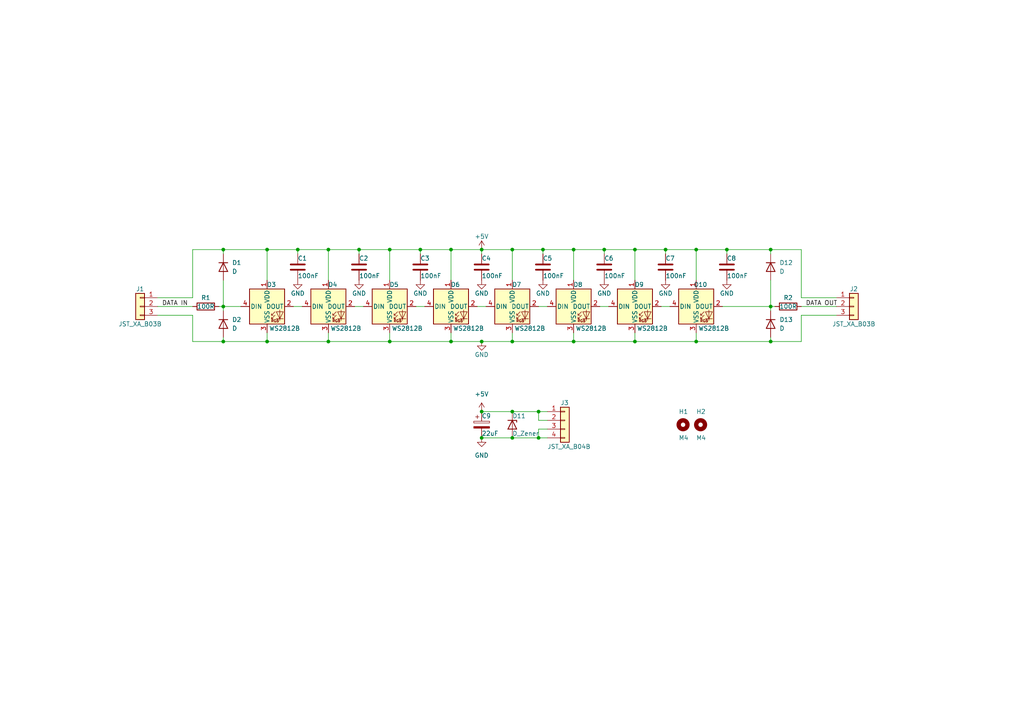
<source format=kicad_sch>
(kicad_sch (version 20211123) (generator eeschema)

  (uuid b1d7aafa-36b8-4d61-8222-75e0a4ef5884)

  (paper "A4")

  (lib_symbols
    (symbol "Connector_Generic:Conn_01x03" (pin_names (offset 1.016) hide) (in_bom yes) (on_board yes)
      (property "Reference" "J" (id 0) (at 0 5.08 0)
        (effects (font (size 1.27 1.27)))
      )
      (property "Value" "Conn_01x03" (id 1) (at 0 -5.08 0)
        (effects (font (size 1.27 1.27)))
      )
      (property "Footprint" "" (id 2) (at 0 0 0)
        (effects (font (size 1.27 1.27)) hide)
      )
      (property "Datasheet" "~" (id 3) (at 0 0 0)
        (effects (font (size 1.27 1.27)) hide)
      )
      (property "ki_keywords" "connector" (id 4) (at 0 0 0)
        (effects (font (size 1.27 1.27)) hide)
      )
      (property "ki_description" "Generic connector, single row, 01x03, script generated (kicad-library-utils/schlib/autogen/connector/)" (id 5) (at 0 0 0)
        (effects (font (size 1.27 1.27)) hide)
      )
      (property "ki_fp_filters" "Connector*:*_1x??_*" (id 6) (at 0 0 0)
        (effects (font (size 1.27 1.27)) hide)
      )
      (symbol "Conn_01x03_1_1"
        (rectangle (start -1.27 -2.413) (end 0 -2.667)
          (stroke (width 0.1524) (type default) (color 0 0 0 0))
          (fill (type none))
        )
        (rectangle (start -1.27 0.127) (end 0 -0.127)
          (stroke (width 0.1524) (type default) (color 0 0 0 0))
          (fill (type none))
        )
        (rectangle (start -1.27 2.667) (end 0 2.413)
          (stroke (width 0.1524) (type default) (color 0 0 0 0))
          (fill (type none))
        )
        (rectangle (start -1.27 3.81) (end 1.27 -3.81)
          (stroke (width 0.254) (type default) (color 0 0 0 0))
          (fill (type background))
        )
        (pin passive line (at -5.08 2.54 0) (length 3.81)
          (name "Pin_1" (effects (font (size 1.27 1.27))))
          (number "1" (effects (font (size 1.27 1.27))))
        )
        (pin passive line (at -5.08 0 0) (length 3.81)
          (name "Pin_2" (effects (font (size 1.27 1.27))))
          (number "2" (effects (font (size 1.27 1.27))))
        )
        (pin passive line (at -5.08 -2.54 0) (length 3.81)
          (name "Pin_3" (effects (font (size 1.27 1.27))))
          (number "3" (effects (font (size 1.27 1.27))))
        )
      )
    )
    (symbol "Connector_Generic:Conn_01x04" (pin_names (offset 1.016) hide) (in_bom yes) (on_board yes)
      (property "Reference" "J" (id 0) (at 0 5.08 0)
        (effects (font (size 1.27 1.27)))
      )
      (property "Value" "Conn_01x04" (id 1) (at 0 -7.62 0)
        (effects (font (size 1.27 1.27)))
      )
      (property "Footprint" "" (id 2) (at 0 0 0)
        (effects (font (size 1.27 1.27)) hide)
      )
      (property "Datasheet" "~" (id 3) (at 0 0 0)
        (effects (font (size 1.27 1.27)) hide)
      )
      (property "ki_keywords" "connector" (id 4) (at 0 0 0)
        (effects (font (size 1.27 1.27)) hide)
      )
      (property "ki_description" "Generic connector, single row, 01x04, script generated (kicad-library-utils/schlib/autogen/connector/)" (id 5) (at 0 0 0)
        (effects (font (size 1.27 1.27)) hide)
      )
      (property "ki_fp_filters" "Connector*:*_1x??_*" (id 6) (at 0 0 0)
        (effects (font (size 1.27 1.27)) hide)
      )
      (symbol "Conn_01x04_1_1"
        (rectangle (start -1.27 -4.953) (end 0 -5.207)
          (stroke (width 0.1524) (type default) (color 0 0 0 0))
          (fill (type none))
        )
        (rectangle (start -1.27 -2.413) (end 0 -2.667)
          (stroke (width 0.1524) (type default) (color 0 0 0 0))
          (fill (type none))
        )
        (rectangle (start -1.27 0.127) (end 0 -0.127)
          (stroke (width 0.1524) (type default) (color 0 0 0 0))
          (fill (type none))
        )
        (rectangle (start -1.27 2.667) (end 0 2.413)
          (stroke (width 0.1524) (type default) (color 0 0 0 0))
          (fill (type none))
        )
        (rectangle (start -1.27 3.81) (end 1.27 -6.35)
          (stroke (width 0.254) (type default) (color 0 0 0 0))
          (fill (type background))
        )
        (pin passive line (at -5.08 2.54 0) (length 3.81)
          (name "Pin_1" (effects (font (size 1.27 1.27))))
          (number "1" (effects (font (size 1.27 1.27))))
        )
        (pin passive line (at -5.08 0 0) (length 3.81)
          (name "Pin_2" (effects (font (size 1.27 1.27))))
          (number "2" (effects (font (size 1.27 1.27))))
        )
        (pin passive line (at -5.08 -2.54 0) (length 3.81)
          (name "Pin_3" (effects (font (size 1.27 1.27))))
          (number "3" (effects (font (size 1.27 1.27))))
        )
        (pin passive line (at -5.08 -5.08 0) (length 3.81)
          (name "Pin_4" (effects (font (size 1.27 1.27))))
          (number "4" (effects (font (size 1.27 1.27))))
        )
      )
    )
    (symbol "Device:C" (pin_numbers hide) (pin_names (offset 0.254)) (in_bom yes) (on_board yes)
      (property "Reference" "C" (id 0) (at 0.635 2.54 0)
        (effects (font (size 1.27 1.27)) (justify left))
      )
      (property "Value" "C" (id 1) (at 0.635 -2.54 0)
        (effects (font (size 1.27 1.27)) (justify left))
      )
      (property "Footprint" "" (id 2) (at 0.9652 -3.81 0)
        (effects (font (size 1.27 1.27)) hide)
      )
      (property "Datasheet" "~" (id 3) (at 0 0 0)
        (effects (font (size 1.27 1.27)) hide)
      )
      (property "ki_keywords" "cap capacitor" (id 4) (at 0 0 0)
        (effects (font (size 1.27 1.27)) hide)
      )
      (property "ki_description" "Unpolarized capacitor" (id 5) (at 0 0 0)
        (effects (font (size 1.27 1.27)) hide)
      )
      (property "ki_fp_filters" "C_*" (id 6) (at 0 0 0)
        (effects (font (size 1.27 1.27)) hide)
      )
      (symbol "C_0_1"
        (polyline
          (pts
            (xy -2.032 -0.762)
            (xy 2.032 -0.762)
          )
          (stroke (width 0.508) (type default) (color 0 0 0 0))
          (fill (type none))
        )
        (polyline
          (pts
            (xy -2.032 0.762)
            (xy 2.032 0.762)
          )
          (stroke (width 0.508) (type default) (color 0 0 0 0))
          (fill (type none))
        )
      )
      (symbol "C_1_1"
        (pin passive line (at 0 3.81 270) (length 2.794)
          (name "~" (effects (font (size 1.27 1.27))))
          (number "1" (effects (font (size 1.27 1.27))))
        )
        (pin passive line (at 0 -3.81 90) (length 2.794)
          (name "~" (effects (font (size 1.27 1.27))))
          (number "2" (effects (font (size 1.27 1.27))))
        )
      )
    )
    (symbol "Device:C_Polarized" (pin_numbers hide) (pin_names (offset 0.254)) (in_bom yes) (on_board yes)
      (property "Reference" "C" (id 0) (at 0.635 2.54 0)
        (effects (font (size 1.27 1.27)) (justify left))
      )
      (property "Value" "C_Polarized" (id 1) (at 0.635 -2.54 0)
        (effects (font (size 1.27 1.27)) (justify left))
      )
      (property "Footprint" "" (id 2) (at 0.9652 -3.81 0)
        (effects (font (size 1.27 1.27)) hide)
      )
      (property "Datasheet" "~" (id 3) (at 0 0 0)
        (effects (font (size 1.27 1.27)) hide)
      )
      (property "ki_keywords" "cap capacitor" (id 4) (at 0 0 0)
        (effects (font (size 1.27 1.27)) hide)
      )
      (property "ki_description" "Polarized capacitor" (id 5) (at 0 0 0)
        (effects (font (size 1.27 1.27)) hide)
      )
      (property "ki_fp_filters" "CP_*" (id 6) (at 0 0 0)
        (effects (font (size 1.27 1.27)) hide)
      )
      (symbol "C_Polarized_0_1"
        (rectangle (start -2.286 0.508) (end 2.286 1.016)
          (stroke (width 0) (type default) (color 0 0 0 0))
          (fill (type none))
        )
        (polyline
          (pts
            (xy -1.778 2.286)
            (xy -0.762 2.286)
          )
          (stroke (width 0) (type default) (color 0 0 0 0))
          (fill (type none))
        )
        (polyline
          (pts
            (xy -1.27 2.794)
            (xy -1.27 1.778)
          )
          (stroke (width 0) (type default) (color 0 0 0 0))
          (fill (type none))
        )
        (rectangle (start 2.286 -0.508) (end -2.286 -1.016)
          (stroke (width 0) (type default) (color 0 0 0 0))
          (fill (type outline))
        )
      )
      (symbol "C_Polarized_1_1"
        (pin passive line (at 0 3.81 270) (length 2.794)
          (name "~" (effects (font (size 1.27 1.27))))
          (number "1" (effects (font (size 1.27 1.27))))
        )
        (pin passive line (at 0 -3.81 90) (length 2.794)
          (name "~" (effects (font (size 1.27 1.27))))
          (number "2" (effects (font (size 1.27 1.27))))
        )
      )
    )
    (symbol "Device:D" (pin_numbers hide) (pin_names (offset 1.016) hide) (in_bom yes) (on_board yes)
      (property "Reference" "D" (id 0) (at 0 2.54 0)
        (effects (font (size 1.27 1.27)))
      )
      (property "Value" "D" (id 1) (at 0 -2.54 0)
        (effects (font (size 1.27 1.27)))
      )
      (property "Footprint" "" (id 2) (at 0 0 0)
        (effects (font (size 1.27 1.27)) hide)
      )
      (property "Datasheet" "~" (id 3) (at 0 0 0)
        (effects (font (size 1.27 1.27)) hide)
      )
      (property "ki_keywords" "diode" (id 4) (at 0 0 0)
        (effects (font (size 1.27 1.27)) hide)
      )
      (property "ki_description" "Diode" (id 5) (at 0 0 0)
        (effects (font (size 1.27 1.27)) hide)
      )
      (property "ki_fp_filters" "TO-???* *_Diode_* *SingleDiode* D_*" (id 6) (at 0 0 0)
        (effects (font (size 1.27 1.27)) hide)
      )
      (symbol "D_0_1"
        (polyline
          (pts
            (xy -1.27 1.27)
            (xy -1.27 -1.27)
          )
          (stroke (width 0.254) (type default) (color 0 0 0 0))
          (fill (type none))
        )
        (polyline
          (pts
            (xy 1.27 0)
            (xy -1.27 0)
          )
          (stroke (width 0) (type default) (color 0 0 0 0))
          (fill (type none))
        )
        (polyline
          (pts
            (xy 1.27 1.27)
            (xy 1.27 -1.27)
            (xy -1.27 0)
            (xy 1.27 1.27)
          )
          (stroke (width 0.254) (type default) (color 0 0 0 0))
          (fill (type none))
        )
      )
      (symbol "D_1_1"
        (pin passive line (at -3.81 0 0) (length 2.54)
          (name "K" (effects (font (size 1.27 1.27))))
          (number "1" (effects (font (size 1.27 1.27))))
        )
        (pin passive line (at 3.81 0 180) (length 2.54)
          (name "A" (effects (font (size 1.27 1.27))))
          (number "2" (effects (font (size 1.27 1.27))))
        )
      )
    )
    (symbol "Device:D_Zener" (pin_numbers hide) (pin_names (offset 1.016) hide) (in_bom yes) (on_board yes)
      (property "Reference" "D" (id 0) (at 0 2.54 0)
        (effects (font (size 1.27 1.27)))
      )
      (property "Value" "D_Zener" (id 1) (at 0 -2.54 0)
        (effects (font (size 1.27 1.27)))
      )
      (property "Footprint" "" (id 2) (at 0 0 0)
        (effects (font (size 1.27 1.27)) hide)
      )
      (property "Datasheet" "~" (id 3) (at 0 0 0)
        (effects (font (size 1.27 1.27)) hide)
      )
      (property "ki_keywords" "diode" (id 4) (at 0 0 0)
        (effects (font (size 1.27 1.27)) hide)
      )
      (property "ki_description" "Zener diode" (id 5) (at 0 0 0)
        (effects (font (size 1.27 1.27)) hide)
      )
      (property "ki_fp_filters" "TO-???* *_Diode_* *SingleDiode* D_*" (id 6) (at 0 0 0)
        (effects (font (size 1.27 1.27)) hide)
      )
      (symbol "D_Zener_0_1"
        (polyline
          (pts
            (xy 1.27 0)
            (xy -1.27 0)
          )
          (stroke (width 0) (type default) (color 0 0 0 0))
          (fill (type none))
        )
        (polyline
          (pts
            (xy -1.27 -1.27)
            (xy -1.27 1.27)
            (xy -0.762 1.27)
          )
          (stroke (width 0.254) (type default) (color 0 0 0 0))
          (fill (type none))
        )
        (polyline
          (pts
            (xy 1.27 -1.27)
            (xy 1.27 1.27)
            (xy -1.27 0)
            (xy 1.27 -1.27)
          )
          (stroke (width 0.254) (type default) (color 0 0 0 0))
          (fill (type none))
        )
      )
      (symbol "D_Zener_1_1"
        (pin passive line (at -3.81 0 0) (length 2.54)
          (name "K" (effects (font (size 1.27 1.27))))
          (number "1" (effects (font (size 1.27 1.27))))
        )
        (pin passive line (at 3.81 0 180) (length 2.54)
          (name "A" (effects (font (size 1.27 1.27))))
          (number "2" (effects (font (size 1.27 1.27))))
        )
      )
    )
    (symbol "Device:R" (pin_numbers hide) (pin_names (offset 0)) (in_bom yes) (on_board yes)
      (property "Reference" "R" (id 0) (at 2.032 0 90)
        (effects (font (size 1.27 1.27)))
      )
      (property "Value" "R" (id 1) (at 0 0 90)
        (effects (font (size 1.27 1.27)))
      )
      (property "Footprint" "" (id 2) (at -1.778 0 90)
        (effects (font (size 1.27 1.27)) hide)
      )
      (property "Datasheet" "~" (id 3) (at 0 0 0)
        (effects (font (size 1.27 1.27)) hide)
      )
      (property "ki_keywords" "R res resistor" (id 4) (at 0 0 0)
        (effects (font (size 1.27 1.27)) hide)
      )
      (property "ki_description" "Resistor" (id 5) (at 0 0 0)
        (effects (font (size 1.27 1.27)) hide)
      )
      (property "ki_fp_filters" "R_*" (id 6) (at 0 0 0)
        (effects (font (size 1.27 1.27)) hide)
      )
      (symbol "R_0_1"
        (rectangle (start -1.016 -2.54) (end 1.016 2.54)
          (stroke (width 0.254) (type default) (color 0 0 0 0))
          (fill (type none))
        )
      )
      (symbol "R_1_1"
        (pin passive line (at 0 3.81 270) (length 1.27)
          (name "~" (effects (font (size 1.27 1.27))))
          (number "1" (effects (font (size 1.27 1.27))))
        )
        (pin passive line (at 0 -3.81 90) (length 1.27)
          (name "~" (effects (font (size 1.27 1.27))))
          (number "2" (effects (font (size 1.27 1.27))))
        )
      )
    )
    (symbol "LED:WS2812B" (pin_names (offset 0.254)) (in_bom yes) (on_board yes)
      (property "Reference" "D" (id 0) (at 5.08 5.715 0)
        (effects (font (size 1.27 1.27)) (justify right bottom))
      )
      (property "Value" "WS2812B" (id 1) (at 1.27 -5.715 0)
        (effects (font (size 1.27 1.27)) (justify left top))
      )
      (property "Footprint" "LED_SMD:LED_WS2812B_PLCC4_5.0x5.0mm_P3.2mm" (id 2) (at 1.27 -7.62 0)
        (effects (font (size 1.27 1.27)) (justify left top) hide)
      )
      (property "Datasheet" "https://cdn-shop.adafruit.com/datasheets/WS2812B.pdf" (id 3) (at 2.54 -9.525 0)
        (effects (font (size 1.27 1.27)) (justify left top) hide)
      )
      (property "ki_keywords" "RGB LED NeoPixel addressable" (id 4) (at 0 0 0)
        (effects (font (size 1.27 1.27)) hide)
      )
      (property "ki_description" "RGB LED with integrated controller" (id 5) (at 0 0 0)
        (effects (font (size 1.27 1.27)) hide)
      )
      (property "ki_fp_filters" "LED*WS2812*PLCC*5.0x5.0mm*P3.2mm*" (id 6) (at 0 0 0)
        (effects (font (size 1.27 1.27)) hide)
      )
      (symbol "WS2812B_0_0"
        (text "RGB" (at 2.286 -4.191 0)
          (effects (font (size 0.762 0.762)))
        )
      )
      (symbol "WS2812B_0_1"
        (polyline
          (pts
            (xy 1.27 -3.556)
            (xy 1.778 -3.556)
          )
          (stroke (width 0) (type default) (color 0 0 0 0))
          (fill (type none))
        )
        (polyline
          (pts
            (xy 1.27 -2.54)
            (xy 1.778 -2.54)
          )
          (stroke (width 0) (type default) (color 0 0 0 0))
          (fill (type none))
        )
        (polyline
          (pts
            (xy 4.699 -3.556)
            (xy 2.667 -3.556)
          )
          (stroke (width 0) (type default) (color 0 0 0 0))
          (fill (type none))
        )
        (polyline
          (pts
            (xy 2.286 -2.54)
            (xy 1.27 -3.556)
            (xy 1.27 -3.048)
          )
          (stroke (width 0) (type default) (color 0 0 0 0))
          (fill (type none))
        )
        (polyline
          (pts
            (xy 2.286 -1.524)
            (xy 1.27 -2.54)
            (xy 1.27 -2.032)
          )
          (stroke (width 0) (type default) (color 0 0 0 0))
          (fill (type none))
        )
        (polyline
          (pts
            (xy 3.683 -1.016)
            (xy 3.683 -3.556)
            (xy 3.683 -4.064)
          )
          (stroke (width 0) (type default) (color 0 0 0 0))
          (fill (type none))
        )
        (polyline
          (pts
            (xy 4.699 -1.524)
            (xy 2.667 -1.524)
            (xy 3.683 -3.556)
            (xy 4.699 -1.524)
          )
          (stroke (width 0) (type default) (color 0 0 0 0))
          (fill (type none))
        )
        (rectangle (start 5.08 5.08) (end -5.08 -5.08)
          (stroke (width 0.254) (type default) (color 0 0 0 0))
          (fill (type background))
        )
      )
      (symbol "WS2812B_1_1"
        (pin power_in line (at 0 7.62 270) (length 2.54)
          (name "VDD" (effects (font (size 1.27 1.27))))
          (number "1" (effects (font (size 1.27 1.27))))
        )
        (pin output line (at 7.62 0 180) (length 2.54)
          (name "DOUT" (effects (font (size 1.27 1.27))))
          (number "2" (effects (font (size 1.27 1.27))))
        )
        (pin power_in line (at 0 -7.62 90) (length 2.54)
          (name "VSS" (effects (font (size 1.27 1.27))))
          (number "3" (effects (font (size 1.27 1.27))))
        )
        (pin input line (at -7.62 0 0) (length 2.54)
          (name "DIN" (effects (font (size 1.27 1.27))))
          (number "4" (effects (font (size 1.27 1.27))))
        )
      )
    )
    (symbol "Mechanical:MountingHole" (pin_names (offset 1.016)) (in_bom yes) (on_board yes)
      (property "Reference" "H" (id 0) (at 0 5.08 0)
        (effects (font (size 1.27 1.27)))
      )
      (property "Value" "MountingHole" (id 1) (at 0 3.175 0)
        (effects (font (size 1.27 1.27)))
      )
      (property "Footprint" "" (id 2) (at 0 0 0)
        (effects (font (size 1.27 1.27)) hide)
      )
      (property "Datasheet" "~" (id 3) (at 0 0 0)
        (effects (font (size 1.27 1.27)) hide)
      )
      (property "ki_keywords" "mounting hole" (id 4) (at 0 0 0)
        (effects (font (size 1.27 1.27)) hide)
      )
      (property "ki_description" "Mounting Hole without connection" (id 5) (at 0 0 0)
        (effects (font (size 1.27 1.27)) hide)
      )
      (property "ki_fp_filters" "MountingHole*" (id 6) (at 0 0 0)
        (effects (font (size 1.27 1.27)) hide)
      )
      (symbol "MountingHole_0_1"
        (circle (center 0 0) (radius 1.27)
          (stroke (width 1.27) (type default) (color 0 0 0 0))
          (fill (type none))
        )
      )
    )
    (symbol "power:+5V" (power) (pin_names (offset 0)) (in_bom yes) (on_board yes)
      (property "Reference" "#PWR" (id 0) (at 0 -3.81 0)
        (effects (font (size 1.27 1.27)) hide)
      )
      (property "Value" "+5V" (id 1) (at 0 3.556 0)
        (effects (font (size 1.27 1.27)))
      )
      (property "Footprint" "" (id 2) (at 0 0 0)
        (effects (font (size 1.27 1.27)) hide)
      )
      (property "Datasheet" "" (id 3) (at 0 0 0)
        (effects (font (size 1.27 1.27)) hide)
      )
      (property "ki_keywords" "power-flag" (id 4) (at 0 0 0)
        (effects (font (size 1.27 1.27)) hide)
      )
      (property "ki_description" "Power symbol creates a global label with name \"+5V\"" (id 5) (at 0 0 0)
        (effects (font (size 1.27 1.27)) hide)
      )
      (symbol "+5V_0_1"
        (polyline
          (pts
            (xy -0.762 1.27)
            (xy 0 2.54)
          )
          (stroke (width 0) (type default) (color 0 0 0 0))
          (fill (type none))
        )
        (polyline
          (pts
            (xy 0 0)
            (xy 0 2.54)
          )
          (stroke (width 0) (type default) (color 0 0 0 0))
          (fill (type none))
        )
        (polyline
          (pts
            (xy 0 2.54)
            (xy 0.762 1.27)
          )
          (stroke (width 0) (type default) (color 0 0 0 0))
          (fill (type none))
        )
      )
      (symbol "+5V_1_1"
        (pin power_in line (at 0 0 90) (length 0) hide
          (name "+5V" (effects (font (size 1.27 1.27))))
          (number "1" (effects (font (size 1.27 1.27))))
        )
      )
    )
    (symbol "power:GND" (power) (pin_names (offset 0)) (in_bom yes) (on_board yes)
      (property "Reference" "#PWR" (id 0) (at 0 -6.35 0)
        (effects (font (size 1.27 1.27)) hide)
      )
      (property "Value" "GND" (id 1) (at 0 -3.81 0)
        (effects (font (size 1.27 1.27)))
      )
      (property "Footprint" "" (id 2) (at 0 0 0)
        (effects (font (size 1.27 1.27)) hide)
      )
      (property "Datasheet" "" (id 3) (at 0 0 0)
        (effects (font (size 1.27 1.27)) hide)
      )
      (property "ki_keywords" "power-flag" (id 4) (at 0 0 0)
        (effects (font (size 1.27 1.27)) hide)
      )
      (property "ki_description" "Power symbol creates a global label with name \"GND\" , ground" (id 5) (at 0 0 0)
        (effects (font (size 1.27 1.27)) hide)
      )
      (symbol "GND_0_1"
        (polyline
          (pts
            (xy 0 0)
            (xy 0 -1.27)
            (xy 1.27 -1.27)
            (xy 0 -2.54)
            (xy -1.27 -1.27)
            (xy 0 -1.27)
          )
          (stroke (width 0) (type default) (color 0 0 0 0))
          (fill (type none))
        )
      )
      (symbol "GND_1_1"
        (pin power_in line (at 0 0 270) (length 0) hide
          (name "GND" (effects (font (size 1.27 1.27))))
          (number "1" (effects (font (size 1.27 1.27))))
        )
      )
    )
  )

  (junction (at 166.37 72.39) (diameter 0) (color 0 0 0 0)
    (uuid 1586a4d4-c905-46c7-9194-0054a9701558)
  )
  (junction (at 201.93 72.39) (diameter 0) (color 0 0 0 0)
    (uuid 1a769d62-3d22-43d1-81c4-2c767fbe1579)
  )
  (junction (at 139.7 99.06) (diameter 0) (color 0 0 0 0)
    (uuid 1da28027-e470-418b-b874-b994f6426bba)
  )
  (junction (at 148.59 127) (diameter 0) (color 0 0 0 0)
    (uuid 206e36b8-4516-4e73-8276-d935c860ec98)
  )
  (junction (at 184.15 99.06) (diameter 0) (color 0 0 0 0)
    (uuid 2c3c9d94-4834-4356-9957-487c7ec8fe9a)
  )
  (junction (at 210.82 72.39) (diameter 0) (color 0 0 0 0)
    (uuid 2dd84a38-5060-4f2b-b425-e011786326d7)
  )
  (junction (at 184.15 72.39) (diameter 0) (color 0 0 0 0)
    (uuid 38cee606-1c34-414d-be3c-0dcad18be6f0)
  )
  (junction (at 113.03 99.06) (diameter 0) (color 0 0 0 0)
    (uuid 3c176c25-ea8c-4f86-977a-e23ce0909a06)
  )
  (junction (at 77.47 99.06) (diameter 0) (color 0 0 0 0)
    (uuid 413f090c-65b7-46c9-a05f-3f00a874ee70)
  )
  (junction (at 148.59 99.06) (diameter 0) (color 0 0 0 0)
    (uuid 435fa338-3dbb-4f0e-ba00-c2fb8ace50bb)
  )
  (junction (at 148.59 72.39) (diameter 0) (color 0 0 0 0)
    (uuid 48e79401-4506-4526-92c1-d84b7e32f788)
  )
  (junction (at 139.7 72.39) (diameter 0) (color 0 0 0 0)
    (uuid 4a583907-69bb-4e16-872b-8884fda285e9)
  )
  (junction (at 201.93 99.06) (diameter 0) (color 0 0 0 0)
    (uuid 4b577810-9509-4d09-893b-2f29a0d4b1a7)
  )
  (junction (at 77.47 72.39) (diameter 0) (color 0 0 0 0)
    (uuid 4c2cb241-527c-4059-9f60-5be7e6068710)
  )
  (junction (at 223.52 99.06) (diameter 0) (color 0 0 0 0)
    (uuid 4d4e3bb9-f00a-4d46-8e25-6b8ca69465ce)
  )
  (junction (at 130.81 72.39) (diameter 0) (color 0 0 0 0)
    (uuid 510509e7-a25b-44d5-8074-679a6ae7fd54)
  )
  (junction (at 64.77 99.06) (diameter 0) (color 0 0 0 0)
    (uuid 54d0badc-2b47-4385-9e3f-35daf4520eb0)
  )
  (junction (at 139.7 119.38) (diameter 0) (color 0 0 0 0)
    (uuid 754dafa3-1db0-4acd-9355-b84d10d7676f)
  )
  (junction (at 157.48 72.39) (diameter 0) (color 0 0 0 0)
    (uuid 7afeb8c8-ecff-4068-a7ed-21e10613d78f)
  )
  (junction (at 148.59 119.38) (diameter 0) (color 0 0 0 0)
    (uuid 7f86d5ba-5731-401a-a673-684eca54d382)
  )
  (junction (at 104.14 72.39) (diameter 0) (color 0 0 0 0)
    (uuid 82451c76-4e18-418a-a731-93cb113407fd)
  )
  (junction (at 223.52 88.9) (diameter 0) (color 0 0 0 0)
    (uuid 9c7982e2-99d8-4c08-837a-12863a5063cc)
  )
  (junction (at 95.25 99.06) (diameter 0) (color 0 0 0 0)
    (uuid b0b2b032-56e7-474a-b486-820970cb9ff7)
  )
  (junction (at 156.21 119.38) (diameter 0) (color 0 0 0 0)
    (uuid bae72331-b401-4f18-8e3c-cae5e0f18b7a)
  )
  (junction (at 95.25 72.39) (diameter 0) (color 0 0 0 0)
    (uuid bece7765-7960-4db0-a80d-a7403ec3b3ff)
  )
  (junction (at 156.21 127) (diameter 0) (color 0 0 0 0)
    (uuid c042a24f-2dc9-4ff9-8937-e644886aabab)
  )
  (junction (at 64.77 72.39) (diameter 0) (color 0 0 0 0)
    (uuid cd73220e-d482-4318-b6d5-dd3b99b9c6fe)
  )
  (junction (at 139.7 127) (diameter 0) (color 0 0 0 0)
    (uuid d120424e-1913-4afa-be0c-09492b5174d2)
  )
  (junction (at 64.77 88.9) (diameter 0) (color 0 0 0 0)
    (uuid d81ebacc-1936-4132-adcf-4f9301f1e986)
  )
  (junction (at 86.36 72.39) (diameter 0) (color 0 0 0 0)
    (uuid dff6c351-4db5-4425-8969-0684ec5499c0)
  )
  (junction (at 121.92 72.39) (diameter 0) (color 0 0 0 0)
    (uuid e4adeb87-f9ec-4acc-bfa8-259a42b335bb)
  )
  (junction (at 193.04 72.39) (diameter 0) (color 0 0 0 0)
    (uuid e6d99c07-f306-4975-ba13-3b358b26f137)
  )
  (junction (at 130.81 99.06) (diameter 0) (color 0 0 0 0)
    (uuid efb7c116-a52f-495e-bc6d-61ac23e3abf3)
  )
  (junction (at 175.26 72.39) (diameter 0) (color 0 0 0 0)
    (uuid f177450e-3d0f-4f12-8581-c1d79d6bedba)
  )
  (junction (at 223.52 72.39) (diameter 0) (color 0 0 0 0)
    (uuid f194e3f4-8e12-43b5-9ab4-91b867074cba)
  )
  (junction (at 166.37 99.06) (diameter 0) (color 0 0 0 0)
    (uuid f7e53551-6fba-4626-81e2-10eeeb1b6883)
  )
  (junction (at 113.03 72.39) (diameter 0) (color 0 0 0 0)
    (uuid fbac1689-c9ae-4972-a930-81bdabd99871)
  )

  (wire (pts (xy 166.37 72.39) (xy 175.26 72.39))
    (stroke (width 0) (type default) (color 0 0 0 0))
    (uuid 08c8c8fe-487f-4902-8cd9-f9c0e092cd28)
  )
  (wire (pts (xy 173.99 88.9) (xy 176.53 88.9))
    (stroke (width 0) (type default) (color 0 0 0 0))
    (uuid 098eb4aa-07f4-4934-ab93-1b3c0ec1b9dd)
  )
  (wire (pts (xy 148.59 81.28) (xy 148.59 72.39))
    (stroke (width 0) (type default) (color 0 0 0 0))
    (uuid 0a40c3fa-c2aa-4d64-a98f-467a3d72f62d)
  )
  (wire (pts (xy 95.25 72.39) (xy 104.14 72.39))
    (stroke (width 0) (type default) (color 0 0 0 0))
    (uuid 0bae1160-6a7c-44fd-a334-57cd7d8d245c)
  )
  (wire (pts (xy 193.04 72.39) (xy 193.04 73.66))
    (stroke (width 0) (type default) (color 0 0 0 0))
    (uuid 0d543528-e826-4cf0-867b-5aa407f0b70c)
  )
  (wire (pts (xy 175.26 72.39) (xy 175.26 73.66))
    (stroke (width 0) (type default) (color 0 0 0 0))
    (uuid 0f2f722b-801f-4683-aa59-84d53575677f)
  )
  (wire (pts (xy 156.21 127) (xy 158.75 127))
    (stroke (width 0) (type default) (color 0 0 0 0))
    (uuid 10e8878f-7a9a-4370-98f1-f4104a36019b)
  )
  (wire (pts (xy 85.09 88.9) (xy 87.63 88.9))
    (stroke (width 0) (type default) (color 0 0 0 0))
    (uuid 12f369a5-28d3-4efa-97ba-d8ea22ec8ef7)
  )
  (wire (pts (xy 113.03 99.06) (xy 113.03 96.52))
    (stroke (width 0) (type default) (color 0 0 0 0))
    (uuid 15c6b8f4-de78-4dd2-b6b3-73d310ac9ef8)
  )
  (wire (pts (xy 45.72 91.44) (xy 55.88 91.44))
    (stroke (width 0) (type default) (color 0 0 0 0))
    (uuid 1c69d6d7-a4be-488a-b46e-f5f1c06cb0ef)
  )
  (wire (pts (xy 64.77 72.39) (xy 64.77 73.66))
    (stroke (width 0) (type default) (color 0 0 0 0))
    (uuid 1ee8a39a-586b-4035-8d3b-aa59ccc08ffe)
  )
  (wire (pts (xy 130.81 72.39) (xy 139.7 72.39))
    (stroke (width 0) (type default) (color 0 0 0 0))
    (uuid 238f3713-34db-4e5a-ae8c-8587af695e45)
  )
  (wire (pts (xy 64.77 72.39) (xy 77.47 72.39))
    (stroke (width 0) (type default) (color 0 0 0 0))
    (uuid 25b46cb6-48a6-41e3-b4ae-473c7247c471)
  )
  (wire (pts (xy 113.03 81.28) (xy 113.03 72.39))
    (stroke (width 0) (type default) (color 0 0 0 0))
    (uuid 27058a0e-100d-4dc5-9e90-ee008ed22c93)
  )
  (wire (pts (xy 55.88 86.36) (xy 45.72 86.36))
    (stroke (width 0) (type default) (color 0 0 0 0))
    (uuid 29af1848-a00b-495b-8d58-d90ee937140c)
  )
  (wire (pts (xy 86.36 72.39) (xy 86.36 73.66))
    (stroke (width 0) (type default) (color 0 0 0 0))
    (uuid 2bfa4aa8-6922-4a5b-b1eb-8c4d24129230)
  )
  (wire (pts (xy 77.47 96.52) (xy 77.47 99.06))
    (stroke (width 0) (type default) (color 0 0 0 0))
    (uuid 2c96c5e1-c6ab-4730-b58c-4d81f2aa96a5)
  )
  (wire (pts (xy 201.93 72.39) (xy 210.82 72.39))
    (stroke (width 0) (type default) (color 0 0 0 0))
    (uuid 2d0238e6-2b0a-4823-acd2-0b32ec556ed9)
  )
  (wire (pts (xy 191.77 88.9) (xy 194.31 88.9))
    (stroke (width 0) (type default) (color 0 0 0 0))
    (uuid 2e145b8b-e524-4679-8001-6f1d3eeba361)
  )
  (wire (pts (xy 158.75 124.46) (xy 156.21 124.46))
    (stroke (width 0) (type default) (color 0 0 0 0))
    (uuid 2f5be7ea-ff81-4a59-97e5-fc75edbb716d)
  )
  (wire (pts (xy 210.82 72.39) (xy 210.82 73.66))
    (stroke (width 0) (type default) (color 0 0 0 0))
    (uuid 301e683b-43aa-4361-a6a0-aac48a46ff46)
  )
  (wire (pts (xy 130.81 99.06) (xy 139.7 99.06))
    (stroke (width 0) (type default) (color 0 0 0 0))
    (uuid 30e5bfcc-f259-4db8-bf66-a18ec43b7682)
  )
  (wire (pts (xy 232.41 91.44) (xy 232.41 99.06))
    (stroke (width 0) (type default) (color 0 0 0 0))
    (uuid 312bded4-9a96-42d0-ad9f-3b5fa484d79e)
  )
  (wire (pts (xy 64.77 88.9) (xy 69.85 88.9))
    (stroke (width 0) (type default) (color 0 0 0 0))
    (uuid 31dc8413-6448-47f4-a8ab-5d5dc0c9e4e9)
  )
  (wire (pts (xy 148.59 99.06) (xy 166.37 99.06))
    (stroke (width 0) (type default) (color 0 0 0 0))
    (uuid 3215f0fc-f8ee-49f5-a3ba-691ad0d1609f)
  )
  (wire (pts (xy 156.21 124.46) (xy 156.21 127))
    (stroke (width 0) (type default) (color 0 0 0 0))
    (uuid 3b3dfe57-88dd-45d4-b902-dfd575217fbd)
  )
  (wire (pts (xy 175.26 72.39) (xy 184.15 72.39))
    (stroke (width 0) (type default) (color 0 0 0 0))
    (uuid 3e60e3e4-0a58-4862-842a-44e4af545904)
  )
  (wire (pts (xy 201.93 99.06) (xy 201.93 96.52))
    (stroke (width 0) (type default) (color 0 0 0 0))
    (uuid 3f3f6545-6c9f-46cc-a88d-fa49ffe97965)
  )
  (wire (pts (xy 156.21 119.38) (xy 158.75 119.38))
    (stroke (width 0) (type default) (color 0 0 0 0))
    (uuid 40557b1a-4bcb-41eb-b6dc-c8d409d5d890)
  )
  (wire (pts (xy 223.52 72.39) (xy 210.82 72.39))
    (stroke (width 0) (type default) (color 0 0 0 0))
    (uuid 4461c7cc-8faf-41da-a3c9-b2cf6e275c0f)
  )
  (wire (pts (xy 184.15 99.06) (xy 201.93 99.06))
    (stroke (width 0) (type default) (color 0 0 0 0))
    (uuid 447c6644-baca-42e8-9da6-64a0d46d18c9)
  )
  (wire (pts (xy 64.77 88.9) (xy 64.77 81.28))
    (stroke (width 0) (type default) (color 0 0 0 0))
    (uuid 4888f804-252c-4716-a836-bf2fc15ae757)
  )
  (wire (pts (xy 223.52 72.39) (xy 223.52 73.66))
    (stroke (width 0) (type default) (color 0 0 0 0))
    (uuid 490ae323-fef3-4df1-b2ea-ba427fc22dc8)
  )
  (wire (pts (xy 201.93 99.06) (xy 223.52 99.06))
    (stroke (width 0) (type default) (color 0 0 0 0))
    (uuid 4ef3d77c-5971-4710-a040-bf3585b38668)
  )
  (wire (pts (xy 139.7 119.38) (xy 148.59 119.38))
    (stroke (width 0) (type default) (color 0 0 0 0))
    (uuid 516f2860-5805-4fc4-be73-70d9fcbc2144)
  )
  (wire (pts (xy 242.57 91.44) (xy 232.41 91.44))
    (stroke (width 0) (type default) (color 0 0 0 0))
    (uuid 53749908-2e1c-4bbe-b552-cc36676d7a00)
  )
  (wire (pts (xy 121.92 72.39) (xy 130.81 72.39))
    (stroke (width 0) (type default) (color 0 0 0 0))
    (uuid 547062e4-dbba-4638-a22c-9e5696e72939)
  )
  (wire (pts (xy 45.72 88.9) (xy 55.88 88.9))
    (stroke (width 0) (type default) (color 0 0 0 0))
    (uuid 594e57dc-10d6-4f88-b8b4-779aa4438cc6)
  )
  (wire (pts (xy 148.59 72.39) (xy 157.48 72.39))
    (stroke (width 0) (type default) (color 0 0 0 0))
    (uuid 604b9c06-009f-47f6-b26f-a390ea44ee7f)
  )
  (wire (pts (xy 104.14 72.39) (xy 104.14 73.66))
    (stroke (width 0) (type default) (color 0 0 0 0))
    (uuid 61182753-3c62-4da8-bff0-405f6b813325)
  )
  (wire (pts (xy 102.87 88.9) (xy 105.41 88.9))
    (stroke (width 0) (type default) (color 0 0 0 0))
    (uuid 615a081f-8337-4944-879f-f15d5ed449ed)
  )
  (wire (pts (xy 77.47 72.39) (xy 86.36 72.39))
    (stroke (width 0) (type default) (color 0 0 0 0))
    (uuid 61b16194-9650-4ec5-b6a4-7267afe50a24)
  )
  (wire (pts (xy 166.37 81.28) (xy 166.37 72.39))
    (stroke (width 0) (type default) (color 0 0 0 0))
    (uuid 6acd2ab1-c810-42f9-9177-3af7902d3b23)
  )
  (wire (pts (xy 55.88 72.39) (xy 64.77 72.39))
    (stroke (width 0) (type default) (color 0 0 0 0))
    (uuid 6d50a3df-745f-4926-9336-501e5a5c8d16)
  )
  (wire (pts (xy 193.04 72.39) (xy 201.93 72.39))
    (stroke (width 0) (type default) (color 0 0 0 0))
    (uuid 6ffe2fd2-3833-4df9-8d4b-060d33dde8b7)
  )
  (wire (pts (xy 77.47 99.06) (xy 95.25 99.06))
    (stroke (width 0) (type default) (color 0 0 0 0))
    (uuid 71b4413e-a639-44e7-b903-0076bd5e95d4)
  )
  (wire (pts (xy 223.52 97.79) (xy 223.52 99.06))
    (stroke (width 0) (type default) (color 0 0 0 0))
    (uuid 729cf20c-1500-4123-85c8-b472769ae8a3)
  )
  (wire (pts (xy 113.03 99.06) (xy 130.81 99.06))
    (stroke (width 0) (type default) (color 0 0 0 0))
    (uuid 7668c75e-c9c1-44c4-a5f8-f5e08391a1a4)
  )
  (wire (pts (xy 148.59 127) (xy 156.21 127))
    (stroke (width 0) (type default) (color 0 0 0 0))
    (uuid 7825e8c9-023d-45a5-a9a3-1da45e7daea8)
  )
  (wire (pts (xy 157.48 72.39) (xy 166.37 72.39))
    (stroke (width 0) (type default) (color 0 0 0 0))
    (uuid 7857b7a1-dea6-42ee-bac9-311635f0caa4)
  )
  (wire (pts (xy 184.15 72.39) (xy 193.04 72.39))
    (stroke (width 0) (type default) (color 0 0 0 0))
    (uuid 791ac542-f4d9-4d10-9c8a-6cdae03c211d)
  )
  (wire (pts (xy 232.41 88.9) (xy 242.57 88.9))
    (stroke (width 0) (type default) (color 0 0 0 0))
    (uuid 7a2e2c07-81d5-450a-9e28-a387e1a06b9b)
  )
  (wire (pts (xy 120.65 88.9) (xy 123.19 88.9))
    (stroke (width 0) (type default) (color 0 0 0 0))
    (uuid 850062c3-75ea-41d5-b9bc-c2e6329305ec)
  )
  (wire (pts (xy 224.79 88.9) (xy 223.52 88.9))
    (stroke (width 0) (type default) (color 0 0 0 0))
    (uuid 85f9ffb4-e2cf-4820-9135-7d9e34dffc32)
  )
  (wire (pts (xy 201.93 81.28) (xy 201.93 72.39))
    (stroke (width 0) (type default) (color 0 0 0 0))
    (uuid 87a5b9ee-d338-4538-a550-bf5b3c4f9d75)
  )
  (wire (pts (xy 148.59 99.06) (xy 148.59 96.52))
    (stroke (width 0) (type default) (color 0 0 0 0))
    (uuid 89f90e9c-bfbc-4d91-aeeb-43ec6c16533e)
  )
  (wire (pts (xy 223.52 88.9) (xy 223.52 81.28))
    (stroke (width 0) (type default) (color 0 0 0 0))
    (uuid 8b415198-6b23-4a86-93fd-65e4242aec0e)
  )
  (wire (pts (xy 64.77 99.06) (xy 77.47 99.06))
    (stroke (width 0) (type default) (color 0 0 0 0))
    (uuid 912e46b4-5dc7-40b7-94e5-b8f6232b4078)
  )
  (wire (pts (xy 55.88 86.36) (xy 55.88 72.39))
    (stroke (width 0) (type default) (color 0 0 0 0))
    (uuid 936c72ed-5acb-4841-8cbf-74df4d383c2f)
  )
  (wire (pts (xy 104.14 72.39) (xy 113.03 72.39))
    (stroke (width 0) (type default) (color 0 0 0 0))
    (uuid 94a67ebe-0e76-422d-b16f-295cb0fd23c6)
  )
  (wire (pts (xy 156.21 121.92) (xy 156.21 119.38))
    (stroke (width 0) (type default) (color 0 0 0 0))
    (uuid 96a7ea40-b143-40c0-ad0f-ec8bd1d6c2b4)
  )
  (wire (pts (xy 77.47 81.28) (xy 77.47 72.39))
    (stroke (width 0) (type default) (color 0 0 0 0))
    (uuid 9769a49e-1d1b-4e4a-bd20-631024b28ecb)
  )
  (wire (pts (xy 121.92 72.39) (xy 121.92 73.66))
    (stroke (width 0) (type default) (color 0 0 0 0))
    (uuid 9c94ad18-b5bf-4765-af42-e1bd248c4aef)
  )
  (wire (pts (xy 139.7 72.39) (xy 148.59 72.39))
    (stroke (width 0) (type default) (color 0 0 0 0))
    (uuid 9e423216-0de4-4ca8-a570-928939d39993)
  )
  (wire (pts (xy 55.88 91.44) (xy 55.88 99.06))
    (stroke (width 0) (type default) (color 0 0 0 0))
    (uuid a0f73603-8caf-48a6-90de-1cfe27900ebc)
  )
  (wire (pts (xy 64.77 88.9) (xy 64.77 90.17))
    (stroke (width 0) (type default) (color 0 0 0 0))
    (uuid a1650e66-86bc-4177-a26c-548b38b551e4)
  )
  (wire (pts (xy 184.15 81.28) (xy 184.15 72.39))
    (stroke (width 0) (type default) (color 0 0 0 0))
    (uuid a178cdce-56af-43a6-a4fc-e936670e1824)
  )
  (wire (pts (xy 139.7 99.06) (xy 148.59 99.06))
    (stroke (width 0) (type default) (color 0 0 0 0))
    (uuid ad10cdb5-ea91-4b78-8c55-4860c6c73344)
  )
  (wire (pts (xy 156.21 88.9) (xy 158.75 88.9))
    (stroke (width 0) (type default) (color 0 0 0 0))
    (uuid ad663282-f12d-407f-b9b2-4836dab6c735)
  )
  (wire (pts (xy 139.7 72.39) (xy 139.7 73.66))
    (stroke (width 0) (type default) (color 0 0 0 0))
    (uuid aef9c78e-e03b-473a-ab1e-b41205bea562)
  )
  (wire (pts (xy 157.48 72.39) (xy 157.48 73.66))
    (stroke (width 0) (type default) (color 0 0 0 0))
    (uuid b34481f8-b075-4f05-b200-dec491af9f58)
  )
  (wire (pts (xy 86.36 72.39) (xy 95.25 72.39))
    (stroke (width 0) (type default) (color 0 0 0 0))
    (uuid b480044f-2cb9-4278-9e27-f020de9235e6)
  )
  (wire (pts (xy 232.41 86.36) (xy 232.41 72.39))
    (stroke (width 0) (type default) (color 0 0 0 0))
    (uuid b4f26c73-ba3e-4861-bb57-02088b12b4e6)
  )
  (wire (pts (xy 130.81 81.28) (xy 130.81 72.39))
    (stroke (width 0) (type default) (color 0 0 0 0))
    (uuid b75482f2-71fb-4115-8399-03d7555803a7)
  )
  (wire (pts (xy 55.88 99.06) (xy 64.77 99.06))
    (stroke (width 0) (type default) (color 0 0 0 0))
    (uuid b87d5dcf-20c9-4cfd-8b85-cc30847ec3c5)
  )
  (wire (pts (xy 64.77 97.79) (xy 64.77 99.06))
    (stroke (width 0) (type default) (color 0 0 0 0))
    (uuid b91aa6d8-e634-4e63-9a88-88075abfef8a)
  )
  (wire (pts (xy 148.59 119.38) (xy 156.21 119.38))
    (stroke (width 0) (type default) (color 0 0 0 0))
    (uuid b97dd551-1e92-4d81-be9e-66e63e217ca9)
  )
  (wire (pts (xy 63.5 88.9) (xy 64.77 88.9))
    (stroke (width 0) (type default) (color 0 0 0 0))
    (uuid be4b427f-a0d2-4a72-95be-05784f6d4f8b)
  )
  (wire (pts (xy 138.43 88.9) (xy 140.97 88.9))
    (stroke (width 0) (type default) (color 0 0 0 0))
    (uuid be70e524-4bd3-4f8f-9d4b-3c1faea00e9b)
  )
  (wire (pts (xy 242.57 86.36) (xy 232.41 86.36))
    (stroke (width 0) (type default) (color 0 0 0 0))
    (uuid bfa57530-087e-4abe-9baa-5129eafd9a1e)
  )
  (wire (pts (xy 184.15 99.06) (xy 184.15 96.52))
    (stroke (width 0) (type default) (color 0 0 0 0))
    (uuid c07d04a3-998d-4e11-9336-b9a345e7f4fc)
  )
  (wire (pts (xy 158.75 121.92) (xy 156.21 121.92))
    (stroke (width 0) (type default) (color 0 0 0 0))
    (uuid c23b5117-834b-4bae-90ab-82a14744d96e)
  )
  (wire (pts (xy 95.25 99.06) (xy 95.25 96.52))
    (stroke (width 0) (type default) (color 0 0 0 0))
    (uuid c500b7f4-8ea4-4cf7-ba97-5039df872140)
  )
  (wire (pts (xy 223.52 88.9) (xy 223.52 90.17))
    (stroke (width 0) (type default) (color 0 0 0 0))
    (uuid c801106a-c886-463b-818d-ec3a02caad55)
  )
  (wire (pts (xy 166.37 99.06) (xy 166.37 96.52))
    (stroke (width 0) (type default) (color 0 0 0 0))
    (uuid cd169a93-fe58-4147-809d-7e831b60e3d1)
  )
  (wire (pts (xy 232.41 72.39) (xy 223.52 72.39))
    (stroke (width 0) (type default) (color 0 0 0 0))
    (uuid dac559fa-82e9-4277-838f-a4db034cdefe)
  )
  (wire (pts (xy 139.7 127) (xy 148.59 127))
    (stroke (width 0) (type default) (color 0 0 0 0))
    (uuid dcdf4b1c-33ad-41e3-8c60-a2aaabd8eaa0)
  )
  (wire (pts (xy 166.37 99.06) (xy 184.15 99.06))
    (stroke (width 0) (type default) (color 0 0 0 0))
    (uuid ed1f6f28-5d53-4ba2-a764-756eeabadfbc)
  )
  (wire (pts (xy 95.25 81.28) (xy 95.25 72.39))
    (stroke (width 0) (type default) (color 0 0 0 0))
    (uuid f712b62f-ea84-47fc-92f9-809eb0a4fc70)
  )
  (wire (pts (xy 209.55 88.9) (xy 223.52 88.9))
    (stroke (width 0) (type default) (color 0 0 0 0))
    (uuid fd68b5c5-471a-4cb1-9049-f1186266c4a9)
  )
  (wire (pts (xy 95.25 99.06) (xy 113.03 99.06))
    (stroke (width 0) (type default) (color 0 0 0 0))
    (uuid fdc85bc1-5f09-4e9c-bcf2-f865bafe3646)
  )
  (wire (pts (xy 232.41 99.06) (xy 223.52 99.06))
    (stroke (width 0) (type default) (color 0 0 0 0))
    (uuid fe775f5a-7963-46cf-9dd9-68525ea9f332)
  )
  (wire (pts (xy 113.03 72.39) (xy 121.92 72.39))
    (stroke (width 0) (type default) (color 0 0 0 0))
    (uuid ff496041-7cf0-4e15-a0d9-f3a772a3c4b0)
  )
  (wire (pts (xy 130.81 99.06) (xy 130.81 96.52))
    (stroke (width 0) (type default) (color 0 0 0 0))
    (uuid ff879a4b-cff0-4152-ace2-70b5a9b6bbd2)
  )

  (label "DATA IN" (at 46.99 88.9 0)
    (effects (font (size 1.27 1.27)) (justify left bottom))
    (uuid 5f3fe99f-6693-491b-a70b-b7c6513806f4)
  )
  (label "DATA OUT" (at 233.68 88.9 0)
    (effects (font (size 1.27 1.27)) (justify left bottom))
    (uuid 990cd98e-3d9b-499a-bbf2-91898f7cccef)
  )

  (symbol (lib_id "Device:D") (at 223.52 77.47 270) (unit 1)
    (in_bom yes) (on_board yes) (fields_autoplaced)
    (uuid 0234973d-920c-4804-a119-e4cd964fedd5)
    (property "Reference" "D12" (id 0) (at 226.06 76.1999 90)
      (effects (font (size 1.27 1.27)) (justify left))
    )
    (property "Value" "D" (id 1) (at 226.06 78.7399 90)
      (effects (font (size 1.27 1.27)) (justify left))
    )
    (property "Footprint" "ledpcb:D_SOD-123" (id 2) (at 223.52 77.47 0)
      (effects (font (size 1.27 1.27)) hide)
    )
    (property "Datasheet" "~" (id 3) (at 223.52 77.47 0)
      (effects (font (size 1.27 1.27)) hide)
    )
    (pin "1" (uuid b80c846d-fa4e-41c2-b4c7-eb3dd496b5e2))
    (pin "2" (uuid d4deac33-d195-46b7-8368-061205aa7df6))
  )

  (symbol (lib_id "LED:WS2812B") (at 148.59 88.9 0) (unit 1)
    (in_bom yes) (on_board yes)
    (uuid 130f225a-c90b-4ac7-936d-ee333b741ea6)
    (property "Reference" "D7" (id 0) (at 149.86 82.55 0))
    (property "Value" "WS2812B" (id 1) (at 153.67 95.25 0))
    (property "Footprint" "ledpcb:LED_WS2812B_PLCC4_5.0x5.0mm_P3.2mm" (id 2) (at 149.86 96.52 0)
      (effects (font (size 1.27 1.27)) (justify left top) hide)
    )
    (property "Datasheet" "https://cdn-shop.adafruit.com/datasheets/WS2812B.pdf" (id 3) (at 151.13 98.425 0)
      (effects (font (size 1.27 1.27)) (justify left top) hide)
    )
    (pin "1" (uuid 8dd14e4c-8a32-473a-b207-fe77d9aaaac4))
    (pin "2" (uuid d812bd54-6c7e-4d64-b155-41f1337cf72c))
    (pin "3" (uuid 515e72db-4a4c-4a19-bbd7-a2591162a350))
    (pin "4" (uuid fd431992-965b-4fb7-8521-8e4bd40501e5))
  )

  (symbol (lib_id "Device:C") (at 210.82 77.47 0) (unit 1)
    (in_bom yes) (on_board yes)
    (uuid 148f62fe-1421-4161-878e-62f08e2911cd)
    (property "Reference" "C8" (id 0) (at 210.82 74.93 0)
      (effects (font (size 1.27 1.27)) (justify left))
    )
    (property "Value" "100nF" (id 1) (at 210.82 80.01 0)
      (effects (font (size 1.27 1.27)) (justify left))
    )
    (property "Footprint" "ledpcb:C_0603_1608Metric" (id 2) (at 211.7852 81.28 0)
      (effects (font (size 1.27 1.27)) hide)
    )
    (property "Datasheet" "~" (id 3) (at 210.82 77.47 0)
      (effects (font (size 1.27 1.27)) hide)
    )
    (pin "1" (uuid a30758fe-9019-4f3f-9cda-01a91a62d871))
    (pin "2" (uuid 089ddad5-2377-4dc6-b046-1be4462f8eaa))
  )

  (symbol (lib_id "Device:C") (at 104.14 77.47 0) (unit 1)
    (in_bom yes) (on_board yes)
    (uuid 25248dc9-55e0-4c6e-90b9-45fb3f0c6cd1)
    (property "Reference" "C2" (id 0) (at 104.14 74.93 0)
      (effects (font (size 1.27 1.27)) (justify left))
    )
    (property "Value" "100nF" (id 1) (at 104.14 80.01 0)
      (effects (font (size 1.27 1.27)) (justify left))
    )
    (property "Footprint" "ledpcb:C_0603_1608Metric" (id 2) (at 105.1052 81.28 0)
      (effects (font (size 1.27 1.27)) hide)
    )
    (property "Datasheet" "~" (id 3) (at 104.14 77.47 0)
      (effects (font (size 1.27 1.27)) hide)
    )
    (pin "1" (uuid a3f23b88-5dc5-489a-974e-e87640f9d397))
    (pin "2" (uuid 08894aaa-87b2-4725-9dd0-33866b53b1ee))
  )

  (symbol (lib_id "power:GND") (at 210.82 81.28 0) (unit 1)
    (in_bom yes) (on_board yes)
    (uuid 284a6ecb-d877-4dff-a551-fe27d7e7bfb9)
    (property "Reference" "#PWR010" (id 0) (at 210.82 87.63 0)
      (effects (font (size 1.27 1.27)) hide)
    )
    (property "Value" "GND" (id 1) (at 210.82 85.09 0))
    (property "Footprint" "" (id 2) (at 210.82 81.28 0)
      (effects (font (size 1.27 1.27)) hide)
    )
    (property "Datasheet" "" (id 3) (at 210.82 81.28 0)
      (effects (font (size 1.27 1.27)) hide)
    )
    (pin "1" (uuid 63e87b62-8694-4742-9e35-e46cf8853d21))
  )

  (symbol (lib_id "power:GND") (at 193.04 81.28 0) (unit 1)
    (in_bom yes) (on_board yes)
    (uuid 330dbcfd-2864-4769-9943-b8b8f4c5d3f0)
    (property "Reference" "#PWR09" (id 0) (at 193.04 87.63 0)
      (effects (font (size 1.27 1.27)) hide)
    )
    (property "Value" "GND" (id 1) (at 193.04 85.09 0))
    (property "Footprint" "" (id 2) (at 193.04 81.28 0)
      (effects (font (size 1.27 1.27)) hide)
    )
    (property "Datasheet" "" (id 3) (at 193.04 81.28 0)
      (effects (font (size 1.27 1.27)) hide)
    )
    (pin "1" (uuid b12208e1-39cc-4eb1-b354-942dba76acbe))
  )

  (symbol (lib_id "power:GND") (at 121.92 81.28 0) (unit 1)
    (in_bom yes) (on_board yes)
    (uuid 3716d99c-d9b3-4e31-9322-8e05703881c3)
    (property "Reference" "#PWR03" (id 0) (at 121.92 87.63 0)
      (effects (font (size 1.27 1.27)) hide)
    )
    (property "Value" "GND" (id 1) (at 121.92 85.09 0))
    (property "Footprint" "" (id 2) (at 121.92 81.28 0)
      (effects (font (size 1.27 1.27)) hide)
    )
    (property "Datasheet" "" (id 3) (at 121.92 81.28 0)
      (effects (font (size 1.27 1.27)) hide)
    )
    (pin "1" (uuid 97811148-4935-4a25-b2fe-e534e9a2c442))
  )

  (symbol (lib_id "LED:WS2812B") (at 166.37 88.9 0) (unit 1)
    (in_bom yes) (on_board yes)
    (uuid 3a5d8bb0-9827-4a45-b402-515291bd33e8)
    (property "Reference" "D8" (id 0) (at 167.64 82.55 0))
    (property "Value" "WS2812B" (id 1) (at 171.45 95.25 0))
    (property "Footprint" "ledpcb:LED_WS2812B_PLCC4_5.0x5.0mm_P3.2mm" (id 2) (at 167.64 96.52 0)
      (effects (font (size 1.27 1.27)) (justify left top) hide)
    )
    (property "Datasheet" "https://cdn-shop.adafruit.com/datasheets/WS2812B.pdf" (id 3) (at 168.91 98.425 0)
      (effects (font (size 1.27 1.27)) (justify left top) hide)
    )
    (pin "1" (uuid b2dff558-768a-4143-bcae-d5a0e42e7f6d))
    (pin "2" (uuid 13b92ce6-6227-4a82-a0f2-5dcd8e2594bb))
    (pin "3" (uuid 85847b54-ec47-4045-9aeb-253597957684))
    (pin "4" (uuid 9c79e138-0e82-4443-a37f-a12b3e5bdf71))
  )

  (symbol (lib_id "power:GND") (at 139.7 127 0) (unit 1)
    (in_bom yes) (on_board yes) (fields_autoplaced)
    (uuid 3a7707e0-9e24-448a-8e04-4a1832a233ff)
    (property "Reference" "#PWR012" (id 0) (at 139.7 133.35 0)
      (effects (font (size 1.27 1.27)) hide)
    )
    (property "Value" "GND" (id 1) (at 139.7 132.08 0))
    (property "Footprint" "" (id 2) (at 139.7 127 0)
      (effects (font (size 1.27 1.27)) hide)
    )
    (property "Datasheet" "" (id 3) (at 139.7 127 0)
      (effects (font (size 1.27 1.27)) hide)
    )
    (pin "1" (uuid e1bf1264-5410-4847-8f7d-d9e04a74657f))
  )

  (symbol (lib_id "power:GND") (at 86.36 81.28 0) (unit 1)
    (in_bom yes) (on_board yes)
    (uuid 3bf67778-bda6-4428-aa8f-f0dd937e7cd7)
    (property "Reference" "#PWR01" (id 0) (at 86.36 87.63 0)
      (effects (font (size 1.27 1.27)) hide)
    )
    (property "Value" "GND" (id 1) (at 86.36 85.09 0))
    (property "Footprint" "" (id 2) (at 86.36 81.28 0)
      (effects (font (size 1.27 1.27)) hide)
    )
    (property "Datasheet" "" (id 3) (at 86.36 81.28 0)
      (effects (font (size 1.27 1.27)) hide)
    )
    (pin "1" (uuid 7f1aa98f-042e-4fba-9ddf-c9f8b44ea10f))
  )

  (symbol (lib_id "Connector_Generic:Conn_01x03") (at 247.65 88.9 0) (unit 1)
    (in_bom yes) (on_board yes)
    (uuid 43bbef5e-8764-4fe9-81a1-caa29d8a2e05)
    (property "Reference" "J2" (id 0) (at 247.65 83.82 0))
    (property "Value" "JST_XA_B03B" (id 1) (at 247.65 93.98 0))
    (property "Footprint" "Connector_JST:JST_XA_B03B-XASK-1-A_1x03_P2.50mm_Vertical" (id 2) (at 247.65 88.9 0)
      (effects (font (size 1.27 1.27)) hide)
    )
    (property "Datasheet" "~" (id 3) (at 247.65 88.9 0)
      (effects (font (size 1.27 1.27)) hide)
    )
    (pin "1" (uuid a90168d9-3c7e-49d6-b590-fcc0e9b8fe5c))
    (pin "2" (uuid 94050ca5-3990-402d-805c-d4c011e0e521))
    (pin "3" (uuid 075441ba-f519-4c44-bcc4-ebe4c07c1b63))
  )

  (symbol (lib_id "power:GND") (at 104.14 81.28 0) (unit 1)
    (in_bom yes) (on_board yes)
    (uuid 486b5c59-7ef3-45da-b55a-5cc50faa4c05)
    (property "Reference" "#PWR02" (id 0) (at 104.14 87.63 0)
      (effects (font (size 1.27 1.27)) hide)
    )
    (property "Value" "GND" (id 1) (at 104.14 85.09 0))
    (property "Footprint" "" (id 2) (at 104.14 81.28 0)
      (effects (font (size 1.27 1.27)) hide)
    )
    (property "Datasheet" "" (id 3) (at 104.14 81.28 0)
      (effects (font (size 1.27 1.27)) hide)
    )
    (pin "1" (uuid 24737733-8528-483c-9867-633787d470ab))
  )

  (symbol (lib_id "power:GND") (at 139.7 81.28 0) (unit 1)
    (in_bom yes) (on_board yes)
    (uuid 4c1ab8fe-b864-4b1e-8491-5f8cd75c4729)
    (property "Reference" "#PWR05" (id 0) (at 139.7 87.63 0)
      (effects (font (size 1.27 1.27)) hide)
    )
    (property "Value" "GND" (id 1) (at 139.7 85.09 0))
    (property "Footprint" "" (id 2) (at 139.7 81.28 0)
      (effects (font (size 1.27 1.27)) hide)
    )
    (property "Datasheet" "" (id 3) (at 139.7 81.28 0)
      (effects (font (size 1.27 1.27)) hide)
    )
    (pin "1" (uuid 3be7d9bc-944e-4982-91b3-5e3510d33914))
  )

  (symbol (lib_id "Device:D_Zener") (at 148.59 123.19 270) (unit 1)
    (in_bom yes) (on_board yes)
    (uuid 4de16d46-95cd-4654-a4d8-6b7d26edf170)
    (property "Reference" "D11" (id 0) (at 148.59 120.65 90)
      (effects (font (size 1.27 1.27)) (justify left))
    )
    (property "Value" "D_Zener" (id 1) (at 148.59 125.73 90)
      (effects (font (size 1.27 1.27)) (justify left))
    )
    (property "Footprint" "ledpcb:D_SMA" (id 2) (at 148.59 123.19 0)
      (effects (font (size 1.27 1.27)) hide)
    )
    (property "Datasheet" "~" (id 3) (at 148.59 123.19 0)
      (effects (font (size 1.27 1.27)) hide)
    )
    (pin "1" (uuid d2ba1ea4-303c-44ec-b3f6-157dc20faa4a))
    (pin "2" (uuid 16a9c9f2-7cbe-4025-b994-bf42dc1bbb05))
  )

  (symbol (lib_id "Device:C") (at 121.92 77.47 0) (unit 1)
    (in_bom yes) (on_board yes)
    (uuid 57cb8f6a-e74f-41f2-b9e9-d348e37a4387)
    (property "Reference" "C3" (id 0) (at 121.92 74.93 0)
      (effects (font (size 1.27 1.27)) (justify left))
    )
    (property "Value" "100nF" (id 1) (at 121.92 80.01 0)
      (effects (font (size 1.27 1.27)) (justify left))
    )
    (property "Footprint" "ledpcb:C_0603_1608Metric" (id 2) (at 122.8852 81.28 0)
      (effects (font (size 1.27 1.27)) hide)
    )
    (property "Datasheet" "~" (id 3) (at 121.92 77.47 0)
      (effects (font (size 1.27 1.27)) hide)
    )
    (pin "1" (uuid dd721182-1262-48db-ac65-c640f42d522d))
    (pin "2" (uuid 30a8ba06-2322-4c6b-8edc-552656858bba))
  )

  (symbol (lib_id "Device:C") (at 139.7 77.47 0) (unit 1)
    (in_bom yes) (on_board yes)
    (uuid 5adecc7a-fb66-4ec0-9f0b-98e5a2118449)
    (property "Reference" "C4" (id 0) (at 139.7 74.93 0)
      (effects (font (size 1.27 1.27)) (justify left))
    )
    (property "Value" "100nF" (id 1) (at 139.7 80.01 0)
      (effects (font (size 1.27 1.27)) (justify left))
    )
    (property "Footprint" "ledpcb:C_0603_1608Metric" (id 2) (at 140.6652 81.28 0)
      (effects (font (size 1.27 1.27)) hide)
    )
    (property "Datasheet" "~" (id 3) (at 139.7 77.47 0)
      (effects (font (size 1.27 1.27)) hide)
    )
    (pin "1" (uuid 25f7e87c-54b8-43de-8513-cac44545af19))
    (pin "2" (uuid 37447858-d225-406d-8fee-3080d93582aa))
  )

  (symbol (lib_id "LED:WS2812B") (at 77.47 88.9 0) (unit 1)
    (in_bom yes) (on_board yes)
    (uuid 5e58d284-afe5-4e7a-b2a0-b4dee262fa37)
    (property "Reference" "D3" (id 0) (at 78.74 82.55 0))
    (property "Value" "WS2812B" (id 1) (at 82.55 95.25 0))
    (property "Footprint" "ledpcb:LED_WS2812B_PLCC4_5.0x5.0mm_P3.2mm" (id 2) (at 78.74 96.52 0)
      (effects (font (size 1.27 1.27)) (justify left top) hide)
    )
    (property "Datasheet" "https://cdn-shop.adafruit.com/datasheets/WS2812B.pdf" (id 3) (at 80.01 98.425 0)
      (effects (font (size 1.27 1.27)) (justify left top) hide)
    )
    (pin "1" (uuid d4fdb5c0-a39f-4793-8fae-4d6f32c15d7f))
    (pin "2" (uuid 04881c0c-0509-455c-97e1-9f1d95c6ef5e))
    (pin "3" (uuid db162510-ff5a-495b-b554-a3df6ac207e1))
    (pin "4" (uuid 1a37bc4c-7229-4b51-9665-c7e42a1c453a))
  )

  (symbol (lib_id "power:GND") (at 157.48 81.28 0) (unit 1)
    (in_bom yes) (on_board yes)
    (uuid 6ad2357c-01ee-42d0-be4f-95f7dbad7889)
    (property "Reference" "#PWR07" (id 0) (at 157.48 87.63 0)
      (effects (font (size 1.27 1.27)) hide)
    )
    (property "Value" "GND" (id 1) (at 157.48 85.09 0))
    (property "Footprint" "" (id 2) (at 157.48 81.28 0)
      (effects (font (size 1.27 1.27)) hide)
    )
    (property "Datasheet" "" (id 3) (at 157.48 81.28 0)
      (effects (font (size 1.27 1.27)) hide)
    )
    (pin "1" (uuid 1cbe1e23-5476-480d-9856-ce33a7f5b3bf))
  )

  (symbol (lib_id "LED:WS2812B") (at 130.81 88.9 0) (unit 1)
    (in_bom yes) (on_board yes)
    (uuid 7c8f55f6-f8e5-4d83-9be4-e16e3a408969)
    (property "Reference" "D6" (id 0) (at 132.08 82.55 0))
    (property "Value" "WS2812B" (id 1) (at 135.89 95.25 0))
    (property "Footprint" "ledpcb:LED_WS2812B_PLCC4_5.0x5.0mm_P3.2mm" (id 2) (at 132.08 96.52 0)
      (effects (font (size 1.27 1.27)) (justify left top) hide)
    )
    (property "Datasheet" "https://cdn-shop.adafruit.com/datasheets/WS2812B.pdf" (id 3) (at 133.35 98.425 0)
      (effects (font (size 1.27 1.27)) (justify left top) hide)
    )
    (pin "1" (uuid 2d0c2371-38e3-482b-8ec8-83be49ec77e2))
    (pin "2" (uuid 54b52a4b-9cd9-47c5-bd68-46b23bf5d06e))
    (pin "3" (uuid cf06529d-f9fb-4d92-8322-bbccc37b010e))
    (pin "4" (uuid ce17198e-7a3d-46cf-b025-e23bcdbcfaeb))
  )

  (symbol (lib_id "LED:WS2812B") (at 113.03 88.9 0) (unit 1)
    (in_bom yes) (on_board yes)
    (uuid 7ff7a739-d156-4e5b-9a13-2535c3daf077)
    (property "Reference" "D5" (id 0) (at 114.3 82.55 0))
    (property "Value" "WS2812B" (id 1) (at 118.11 95.25 0))
    (property "Footprint" "ledpcb:LED_WS2812B_PLCC4_5.0x5.0mm_P3.2mm" (id 2) (at 114.3 96.52 0)
      (effects (font (size 1.27 1.27)) (justify left top) hide)
    )
    (property "Datasheet" "https://cdn-shop.adafruit.com/datasheets/WS2812B.pdf" (id 3) (at 115.57 98.425 0)
      (effects (font (size 1.27 1.27)) (justify left top) hide)
    )
    (pin "1" (uuid 1f8a6cf7-db82-4a5a-a8a5-5734aed792a0))
    (pin "2" (uuid e48ac624-f9d0-4120-8f43-123a5991d01f))
    (pin "3" (uuid ab739359-934b-4954-b187-cad38baff7a6))
    (pin "4" (uuid f262951d-1355-48be-93d8-5c097707ea79))
  )

  (symbol (lib_id "Mechanical:MountingHole") (at 203.2 123.19 0) (unit 1)
    (in_bom yes) (on_board yes)
    (uuid 8988a664-237d-4b6f-afbb-07b0c1db164c)
    (property "Reference" "H2" (id 0) (at 201.93 119.38 0)
      (effects (font (size 1.27 1.27)) (justify left))
    )
    (property "Value" "M4" (id 1) (at 201.93 127 0)
      (effects (font (size 1.27 1.27)) (justify left))
    )
    (property "Footprint" "ledpcb:MountingHole_4.3mm_M4" (id 2) (at 203.2 123.19 0)
      (effects (font (size 1.27 1.27)) hide)
    )
    (property "Datasheet" "~" (id 3) (at 203.2 123.19 0)
      (effects (font (size 1.27 1.27)) hide)
    )
  )

  (symbol (lib_id "Device:C_Polarized") (at 139.7 123.19 0) (unit 1)
    (in_bom yes) (on_board yes)
    (uuid 9df282c8-9b1d-45f4-ae0b-e1742418c788)
    (property "Reference" "C9" (id 0) (at 139.7 120.65 0)
      (effects (font (size 1.27 1.27)) (justify left))
    )
    (property "Value" "22uF" (id 1) (at 139.7 125.73 0)
      (effects (font (size 1.27 1.27)) (justify left))
    )
    (property "Footprint" "ledpcb:C_Elec_6.3x5.4" (id 2) (at 140.6652 127 0)
      (effects (font (size 1.27 1.27)) hide)
    )
    (property "Datasheet" "~" (id 3) (at 139.7 123.19 0)
      (effects (font (size 1.27 1.27)) hide)
    )
    (pin "1" (uuid 4ca0bf4b-34c8-46f7-a564-9a6d2fd5ebd5))
    (pin "2" (uuid b75f7d43-8cf8-4736-8d10-6c948f9143de))
  )

  (symbol (lib_id "Device:C") (at 175.26 77.47 0) (unit 1)
    (in_bom yes) (on_board yes)
    (uuid 9fda99df-e3f3-4a5f-acdb-45a15b4ad38a)
    (property "Reference" "C6" (id 0) (at 175.26 74.93 0)
      (effects (font (size 1.27 1.27)) (justify left))
    )
    (property "Value" "100nF" (id 1) (at 175.26 80.01 0)
      (effects (font (size 1.27 1.27)) (justify left))
    )
    (property "Footprint" "ledpcb:C_0603_1608Metric" (id 2) (at 176.2252 81.28 0)
      (effects (font (size 1.27 1.27)) hide)
    )
    (property "Datasheet" "~" (id 3) (at 175.26 77.47 0)
      (effects (font (size 1.27 1.27)) hide)
    )
    (pin "1" (uuid adf30744-1879-4a05-acc6-0369d42708c3))
    (pin "2" (uuid c4872609-e242-4633-8805-ec042a6e294c))
  )

  (symbol (lib_id "Device:C") (at 193.04 77.47 0) (unit 1)
    (in_bom yes) (on_board yes)
    (uuid a69e13d8-f11d-4b55-85ce-3c523f26899c)
    (property "Reference" "C7" (id 0) (at 193.04 74.93 0)
      (effects (font (size 1.27 1.27)) (justify left))
    )
    (property "Value" "100nF" (id 1) (at 193.04 80.01 0)
      (effects (font (size 1.27 1.27)) (justify left))
    )
    (property "Footprint" "ledpcb:C_0603_1608Metric" (id 2) (at 194.0052 81.28 0)
      (effects (font (size 1.27 1.27)) hide)
    )
    (property "Datasheet" "~" (id 3) (at 193.04 77.47 0)
      (effects (font (size 1.27 1.27)) hide)
    )
    (pin "1" (uuid bfa63702-7178-44ee-8065-2224cb871929))
    (pin "2" (uuid 4e667b44-8a25-4cc0-a9d1-d95e4e52b42d))
  )

  (symbol (lib_id "Mechanical:MountingHole") (at 198.12 123.19 0) (unit 1)
    (in_bom yes) (on_board yes)
    (uuid a9dacf6e-1da6-4bf4-9773-85ef53ffc9df)
    (property "Reference" "H1" (id 0) (at 196.85 119.38 0)
      (effects (font (size 1.27 1.27)) (justify left))
    )
    (property "Value" "M4" (id 1) (at 196.85 127 0)
      (effects (font (size 1.27 1.27)) (justify left))
    )
    (property "Footprint" "ledpcb:MountingHole_4.3mm_M4" (id 2) (at 198.12 123.19 0)
      (effects (font (size 1.27 1.27)) hide)
    )
    (property "Datasheet" "~" (id 3) (at 198.12 123.19 0)
      (effects (font (size 1.27 1.27)) hide)
    )
  )

  (symbol (lib_id "LED:WS2812B") (at 95.25 88.9 0) (unit 1)
    (in_bom yes) (on_board yes)
    (uuid abcade2d-4579-46d9-9272-887c31031786)
    (property "Reference" "D4" (id 0) (at 96.52 82.55 0))
    (property "Value" "WS2812B" (id 1) (at 100.33 95.25 0))
    (property "Footprint" "ledpcb:LED_WS2812B_PLCC4_5.0x5.0mm_P3.2mm" (id 2) (at 96.52 96.52 0)
      (effects (font (size 1.27 1.27)) (justify left top) hide)
    )
    (property "Datasheet" "https://cdn-shop.adafruit.com/datasheets/WS2812B.pdf" (id 3) (at 97.79 98.425 0)
      (effects (font (size 1.27 1.27)) (justify left top) hide)
    )
    (pin "1" (uuid 0e0e9355-0d91-4831-8d10-11e253eab557))
    (pin "2" (uuid d6d4fab7-74c5-461b-a75b-e84eb2898a53))
    (pin "3" (uuid 278942b2-7881-4ece-9391-5852809ba1e2))
    (pin "4" (uuid ee78beab-ed01-4aa5-90b1-f0333bc39cd4))
  )

  (symbol (lib_id "Connector_Generic:Conn_01x04") (at 163.83 121.92 0) (unit 1)
    (in_bom yes) (on_board yes)
    (uuid acbe7927-b8a6-4248-beff-a176e20ba72c)
    (property "Reference" "J3" (id 0) (at 162.56 116.84 0)
      (effects (font (size 1.27 1.27)) (justify left))
    )
    (property "Value" "JST_XA_B04B" (id 1) (at 158.75 129.54 0)
      (effects (font (size 1.27 1.27)) (justify left))
    )
    (property "Footprint" "Connector_JST:JST_XA_B04B-XASK-1-A_1x04_P2.50mm_Vertical" (id 2) (at 163.83 121.92 0)
      (effects (font (size 1.27 1.27)) hide)
    )
    (property "Datasheet" "~" (id 3) (at 163.83 121.92 0)
      (effects (font (size 1.27 1.27)) hide)
    )
    (pin "1" (uuid 395bcf0f-8a0a-469a-8978-90ab4ec4a2b3))
    (pin "2" (uuid 3fb27626-c19c-4a5d-b040-e2cdb1590e92))
    (pin "3" (uuid 170f5793-7a38-42bf-9bef-498968fd96c2))
    (pin "4" (uuid 89bda30d-64e2-4d50-91a2-d232c0cabd74))
  )

  (symbol (lib_id "power:+5V") (at 139.7 72.39 0) (unit 1)
    (in_bom yes) (on_board yes)
    (uuid bee7f30a-f055-42bb-9e60-a4f1002fbc3f)
    (property "Reference" "#PWR04" (id 0) (at 139.7 76.2 0)
      (effects (font (size 1.27 1.27)) hide)
    )
    (property "Value" "+5V" (id 1) (at 139.7 68.58 0))
    (property "Footprint" "" (id 2) (at 139.7 72.39 0)
      (effects (font (size 1.27 1.27)) hide)
    )
    (property "Datasheet" "" (id 3) (at 139.7 72.39 0)
      (effects (font (size 1.27 1.27)) hide)
    )
    (pin "1" (uuid 016dfc20-8b84-4caa-87ad-36090d045988))
  )

  (symbol (lib_id "power:+5V") (at 139.7 119.38 0) (unit 1)
    (in_bom yes) (on_board yes) (fields_autoplaced)
    (uuid c4363380-a562-403f-80ab-95d415739a89)
    (property "Reference" "#PWR011" (id 0) (at 139.7 123.19 0)
      (effects (font (size 1.27 1.27)) hide)
    )
    (property "Value" "+5V" (id 1) (at 139.7 114.3 0))
    (property "Footprint" "" (id 2) (at 139.7 119.38 0)
      (effects (font (size 1.27 1.27)) hide)
    )
    (property "Datasheet" "" (id 3) (at 139.7 119.38 0)
      (effects (font (size 1.27 1.27)) hide)
    )
    (pin "1" (uuid 9d7a8035-8ae2-4e85-983a-978f70784575))
  )

  (symbol (lib_id "Device:D") (at 64.77 77.47 270) (unit 1)
    (in_bom yes) (on_board yes) (fields_autoplaced)
    (uuid c7b75fd9-fa81-4c3d-97b2-aea5a9c2dcfd)
    (property "Reference" "D1" (id 0) (at 67.31 76.1999 90)
      (effects (font (size 1.27 1.27)) (justify left))
    )
    (property "Value" "D" (id 1) (at 67.31 78.7399 90)
      (effects (font (size 1.27 1.27)) (justify left))
    )
    (property "Footprint" "ledpcb:D_SOD-123" (id 2) (at 64.77 77.47 0)
      (effects (font (size 1.27 1.27)) hide)
    )
    (property "Datasheet" "~" (id 3) (at 64.77 77.47 0)
      (effects (font (size 1.27 1.27)) hide)
    )
    (pin "1" (uuid cbb907dc-3607-4445-b748-f0b132a2322c))
    (pin "2" (uuid e57c7e81-0999-4a53-9769-303a7bddd340))
  )

  (symbol (lib_id "power:GND") (at 175.26 81.28 0) (unit 1)
    (in_bom yes) (on_board yes)
    (uuid d042efcb-0af3-48ae-a150-3cf337ff867d)
    (property "Reference" "#PWR08" (id 0) (at 175.26 87.63 0)
      (effects (font (size 1.27 1.27)) hide)
    )
    (property "Value" "GND" (id 1) (at 175.26 85.09 0))
    (property "Footprint" "" (id 2) (at 175.26 81.28 0)
      (effects (font (size 1.27 1.27)) hide)
    )
    (property "Datasheet" "" (id 3) (at 175.26 81.28 0)
      (effects (font (size 1.27 1.27)) hide)
    )
    (pin "1" (uuid cada91fe-26ab-46ba-b286-40f70fcee4ae))
  )

  (symbol (lib_id "LED:WS2812B") (at 201.93 88.9 0) (unit 1)
    (in_bom yes) (on_board yes)
    (uuid d43c964e-a13a-42f5-bb92-74fa55917c90)
    (property "Reference" "D10" (id 0) (at 203.2 82.55 0))
    (property "Value" "WS2812B" (id 1) (at 207.01 95.25 0))
    (property "Footprint" "ledpcb:LED_WS2812B_PLCC4_5.0x5.0mm_P3.2mm" (id 2) (at 203.2 96.52 0)
      (effects (font (size 1.27 1.27)) (justify left top) hide)
    )
    (property "Datasheet" "https://cdn-shop.adafruit.com/datasheets/WS2812B.pdf" (id 3) (at 204.47 98.425 0)
      (effects (font (size 1.27 1.27)) (justify left top) hide)
    )
    (pin "1" (uuid 940a8958-7759-4153-add9-c9684b1f8d34))
    (pin "2" (uuid 011a1d6c-5951-4aec-beaf-14fc101a1f5a))
    (pin "3" (uuid 2acb15d1-1fd0-4c6c-8c07-654244cd2713))
    (pin "4" (uuid 7de179be-908e-46f5-b8da-b6da9c0e2f18))
  )

  (symbol (lib_id "Device:C") (at 86.36 77.47 0) (unit 1)
    (in_bom yes) (on_board yes)
    (uuid d6c06117-db2e-44c3-be5a-594060f1602d)
    (property "Reference" "C1" (id 0) (at 86.36 74.93 0)
      (effects (font (size 1.27 1.27)) (justify left))
    )
    (property "Value" "100nF" (id 1) (at 86.36 80.01 0)
      (effects (font (size 1.27 1.27)) (justify left))
    )
    (property "Footprint" "ledpcb:C_0603_1608Metric" (id 2) (at 87.3252 81.28 0)
      (effects (font (size 1.27 1.27)) hide)
    )
    (property "Datasheet" "~" (id 3) (at 86.36 77.47 0)
      (effects (font (size 1.27 1.27)) hide)
    )
    (pin "1" (uuid cdb84003-fae0-46e9-841d-8b7a63295b02))
    (pin "2" (uuid 37fc742f-2f90-4b6f-822b-33e686e71580))
  )

  (symbol (lib_id "Device:R") (at 59.69 88.9 90) (unit 1)
    (in_bom yes) (on_board yes)
    (uuid d736de6e-429c-4d71-bc47-4c7c81f5b667)
    (property "Reference" "R1" (id 0) (at 59.69 86.36 90))
    (property "Value" "100R" (id 1) (at 59.69 88.9 90))
    (property "Footprint" "ledpcb:R_0603_1608Metric" (id 2) (at 59.69 90.678 90)
      (effects (font (size 1.27 1.27)) hide)
    )
    (property "Datasheet" "~" (id 3) (at 59.69 88.9 0)
      (effects (font (size 1.27 1.27)) hide)
    )
    (pin "1" (uuid 168ff2f3-feeb-4f99-b6c0-e1b956dfdfb0))
    (pin "2" (uuid 269355a0-badf-4e49-b0c8-487241bd2170))
  )

  (symbol (lib_id "Device:R") (at 228.6 88.9 270) (mirror x) (unit 1)
    (in_bom yes) (on_board yes)
    (uuid e3821a53-9f4e-425d-807d-ffeede813d80)
    (property "Reference" "R2" (id 0) (at 228.6 86.36 90))
    (property "Value" "100R" (id 1) (at 228.6 88.9 90))
    (property "Footprint" "ledpcb:R_0603_1608Metric" (id 2) (at 228.6 90.678 90)
      (effects (font (size 1.27 1.27)) hide)
    )
    (property "Datasheet" "~" (id 3) (at 228.6 88.9 0)
      (effects (font (size 1.27 1.27)) hide)
    )
    (pin "1" (uuid c32fc614-a108-478a-a7bf-120ea2d625dd))
    (pin "2" (uuid 964e4e3c-ff46-4ea9-b96f-3f086e3e7fdc))
  )

  (symbol (lib_id "Device:D") (at 64.77 93.98 270) (unit 1)
    (in_bom yes) (on_board yes) (fields_autoplaced)
    (uuid e63841ca-a152-4ca0-bc0d-c413226eed9b)
    (property "Reference" "D2" (id 0) (at 67.31 92.7099 90)
      (effects (font (size 1.27 1.27)) (justify left))
    )
    (property "Value" "D" (id 1) (at 67.31 95.2499 90)
      (effects (font (size 1.27 1.27)) (justify left))
    )
    (property "Footprint" "ledpcb:D_SOD-123" (id 2) (at 64.77 93.98 0)
      (effects (font (size 1.27 1.27)) hide)
    )
    (property "Datasheet" "~" (id 3) (at 64.77 93.98 0)
      (effects (font (size 1.27 1.27)) hide)
    )
    (pin "1" (uuid ad9168e4-4a04-4ebd-afaa-af5f50eb9e8e))
    (pin "2" (uuid ec5c330a-7a88-4576-ab0b-ee6d14085364))
  )

  (symbol (lib_id "power:GND") (at 139.7 99.06 0) (unit 1)
    (in_bom yes) (on_board yes)
    (uuid e6a52a4d-ce94-46eb-b418-064499b438ad)
    (property "Reference" "#PWR06" (id 0) (at 139.7 105.41 0)
      (effects (font (size 1.27 1.27)) hide)
    )
    (property "Value" "GND" (id 1) (at 139.7 102.87 0))
    (property "Footprint" "" (id 2) (at 139.7 99.06 0)
      (effects (font (size 1.27 1.27)) hide)
    )
    (property "Datasheet" "" (id 3) (at 139.7 99.06 0)
      (effects (font (size 1.27 1.27)) hide)
    )
    (pin "1" (uuid 81917895-da5a-4635-b548-0c2ead2dfa25))
  )

  (symbol (lib_id "LED:WS2812B") (at 184.15 88.9 0) (unit 1)
    (in_bom yes) (on_board yes)
    (uuid ed1f44b2-b84f-4bcc-a67c-1bfe8bc73947)
    (property "Reference" "D9" (id 0) (at 185.42 82.55 0))
    (property "Value" "WS2812B" (id 1) (at 189.23 95.25 0))
    (property "Footprint" "ledpcb:LED_WS2812B_PLCC4_5.0x5.0mm_P3.2mm" (id 2) (at 185.42 96.52 0)
      (effects (font (size 1.27 1.27)) (justify left top) hide)
    )
    (property "Datasheet" "https://cdn-shop.adafruit.com/datasheets/WS2812B.pdf" (id 3) (at 186.69 98.425 0)
      (effects (font (size 1.27 1.27)) (justify left top) hide)
    )
    (pin "1" (uuid 3a032da9-d247-412a-a34b-761d87245a6f))
    (pin "2" (uuid df8465b1-0072-486e-a7f2-93f31b826683))
    (pin "3" (uuid 9ef392ed-1613-4340-b121-1831a21978cd))
    (pin "4" (uuid 1cd876c5-9890-4b77-8030-dd37582482d6))
  )

  (symbol (lib_id "Device:D") (at 223.52 93.98 270) (unit 1)
    (in_bom yes) (on_board yes) (fields_autoplaced)
    (uuid f29e7984-151a-4986-bb95-00765a2fa2c6)
    (property "Reference" "D13" (id 0) (at 226.06 92.7099 90)
      (effects (font (size 1.27 1.27)) (justify left))
    )
    (property "Value" "D" (id 1) (at 226.06 95.2499 90)
      (effects (font (size 1.27 1.27)) (justify left))
    )
    (property "Footprint" "ledpcb:D_SOD-123" (id 2) (at 223.52 93.98 0)
      (effects (font (size 1.27 1.27)) hide)
    )
    (property "Datasheet" "~" (id 3) (at 223.52 93.98 0)
      (effects (font (size 1.27 1.27)) hide)
    )
    (pin "1" (uuid 2b6b705b-aae1-4126-be82-b43b5a7dd7b8))
    (pin "2" (uuid 26ecdb50-e2f1-4a8b-b7a5-f6f7f82263dd))
  )

  (symbol (lib_id "Connector_Generic:Conn_01x03") (at 40.64 88.9 0) (mirror y) (unit 1)
    (in_bom yes) (on_board yes)
    (uuid f33cd30d-68aa-4109-b83f-5d8b3816eddd)
    (property "Reference" "J1" (id 0) (at 40.64 83.82 0))
    (property "Value" "JST_XA_B03B" (id 1) (at 40.64 93.98 0))
    (property "Footprint" "Connector_JST:JST_XA_B03B-XASK-1-A_1x03_P2.50mm_Vertical" (id 2) (at 40.64 88.9 0)
      (effects (font (size 1.27 1.27)) hide)
    )
    (property "Datasheet" "~" (id 3) (at 40.64 88.9 0)
      (effects (font (size 1.27 1.27)) hide)
    )
    (pin "1" (uuid 7e1d65e7-6a16-44d7-9543-9bb8c5b02e51))
    (pin "2" (uuid a73a5e0b-3d32-4189-890d-6abb804383eb))
    (pin "3" (uuid e6fd19e6-75ee-41fe-a855-4dcb97552d14))
  )

  (symbol (lib_id "Device:C") (at 157.48 77.47 0) (unit 1)
    (in_bom yes) (on_board yes)
    (uuid f986363d-6cf2-4c06-9227-1da53b18a859)
    (property "Reference" "C5" (id 0) (at 157.48 74.93 0)
      (effects (font (size 1.27 1.27)) (justify left))
    )
    (property "Value" "100nF" (id 1) (at 157.48 80.01 0)
      (effects (font (size 1.27 1.27)) (justify left))
    )
    (property "Footprint" "ledpcb:C_0603_1608Metric" (id 2) (at 158.4452 81.28 0)
      (effects (font (size 1.27 1.27)) hide)
    )
    (property "Datasheet" "~" (id 3) (at 157.48 77.47 0)
      (effects (font (size 1.27 1.27)) hide)
    )
    (pin "1" (uuid 327fdc70-ded1-4ca5-a2a8-07527a23279a))
    (pin "2" (uuid 47e6e9d6-64a0-4b53-972a-9b9238d6ae28))
  )

  (sheet_instances
    (path "/" (page "1"))
  )

  (symbol_instances
    (path "/3bf67778-bda6-4428-aa8f-f0dd937e7cd7"
      (reference "#PWR01") (unit 1) (value "GND") (footprint "")
    )
    (path "/486b5c59-7ef3-45da-b55a-5cc50faa4c05"
      (reference "#PWR02") (unit 1) (value "GND") (footprint "")
    )
    (path "/3716d99c-d9b3-4e31-9322-8e05703881c3"
      (reference "#PWR03") (unit 1) (value "GND") (footprint "")
    )
    (path "/bee7f30a-f055-42bb-9e60-a4f1002fbc3f"
      (reference "#PWR04") (unit 1) (value "+5V") (footprint "")
    )
    (path "/4c1ab8fe-b864-4b1e-8491-5f8cd75c4729"
      (reference "#PWR05") (unit 1) (value "GND") (footprint "")
    )
    (path "/e6a52a4d-ce94-46eb-b418-064499b438ad"
      (reference "#PWR06") (unit 1) (value "GND") (footprint "")
    )
    (path "/6ad2357c-01ee-42d0-be4f-95f7dbad7889"
      (reference "#PWR07") (unit 1) (value "GND") (footprint "")
    )
    (path "/d042efcb-0af3-48ae-a150-3cf337ff867d"
      (reference "#PWR08") (unit 1) (value "GND") (footprint "")
    )
    (path "/330dbcfd-2864-4769-9943-b8b8f4c5d3f0"
      (reference "#PWR09") (unit 1) (value "GND") (footprint "")
    )
    (path "/284a6ecb-d877-4dff-a551-fe27d7e7bfb9"
      (reference "#PWR010") (unit 1) (value "GND") (footprint "")
    )
    (path "/c4363380-a562-403f-80ab-95d415739a89"
      (reference "#PWR011") (unit 1) (value "+5V") (footprint "")
    )
    (path "/3a7707e0-9e24-448a-8e04-4a1832a233ff"
      (reference "#PWR012") (unit 1) (value "GND") (footprint "")
    )
    (path "/d6c06117-db2e-44c3-be5a-594060f1602d"
      (reference "C1") (unit 1) (value "100nF") (footprint "ledpcb:C_0603_1608Metric")
    )
    (path "/25248dc9-55e0-4c6e-90b9-45fb3f0c6cd1"
      (reference "C2") (unit 1) (value "100nF") (footprint "ledpcb:C_0603_1608Metric")
    )
    (path "/57cb8f6a-e74f-41f2-b9e9-d348e37a4387"
      (reference "C3") (unit 1) (value "100nF") (footprint "ledpcb:C_0603_1608Metric")
    )
    (path "/5adecc7a-fb66-4ec0-9f0b-98e5a2118449"
      (reference "C4") (unit 1) (value "100nF") (footprint "ledpcb:C_0603_1608Metric")
    )
    (path "/f986363d-6cf2-4c06-9227-1da53b18a859"
      (reference "C5") (unit 1) (value "100nF") (footprint "ledpcb:C_0603_1608Metric")
    )
    (path "/9fda99df-e3f3-4a5f-acdb-45a15b4ad38a"
      (reference "C6") (unit 1) (value "100nF") (footprint "ledpcb:C_0603_1608Metric")
    )
    (path "/a69e13d8-f11d-4b55-85ce-3c523f26899c"
      (reference "C7") (unit 1) (value "100nF") (footprint "ledpcb:C_0603_1608Metric")
    )
    (path "/148f62fe-1421-4161-878e-62f08e2911cd"
      (reference "C8") (unit 1) (value "100nF") (footprint "ledpcb:C_0603_1608Metric")
    )
    (path "/9df282c8-9b1d-45f4-ae0b-e1742418c788"
      (reference "C9") (unit 1) (value "22uF") (footprint "ledpcb:C_Elec_6.3x5.4")
    )
    (path "/c7b75fd9-fa81-4c3d-97b2-aea5a9c2dcfd"
      (reference "D1") (unit 1) (value "D") (footprint "ledpcb:D_SOD-123")
    )
    (path "/e63841ca-a152-4ca0-bc0d-c413226eed9b"
      (reference "D2") (unit 1) (value "D") (footprint "ledpcb:D_SOD-123")
    )
    (path "/5e58d284-afe5-4e7a-b2a0-b4dee262fa37"
      (reference "D3") (unit 1) (value "WS2812B") (footprint "ledpcb:LED_WS2812B_PLCC4_5.0x5.0mm_P3.2mm")
    )
    (path "/abcade2d-4579-46d9-9272-887c31031786"
      (reference "D4") (unit 1) (value "WS2812B") (footprint "ledpcb:LED_WS2812B_PLCC4_5.0x5.0mm_P3.2mm")
    )
    (path "/7ff7a739-d156-4e5b-9a13-2535c3daf077"
      (reference "D5") (unit 1) (value "WS2812B") (footprint "ledpcb:LED_WS2812B_PLCC4_5.0x5.0mm_P3.2mm")
    )
    (path "/7c8f55f6-f8e5-4d83-9be4-e16e3a408969"
      (reference "D6") (unit 1) (value "WS2812B") (footprint "ledpcb:LED_WS2812B_PLCC4_5.0x5.0mm_P3.2mm")
    )
    (path "/130f225a-c90b-4ac7-936d-ee333b741ea6"
      (reference "D7") (unit 1) (value "WS2812B") (footprint "ledpcb:LED_WS2812B_PLCC4_5.0x5.0mm_P3.2mm")
    )
    (path "/3a5d8bb0-9827-4a45-b402-515291bd33e8"
      (reference "D8") (unit 1) (value "WS2812B") (footprint "ledpcb:LED_WS2812B_PLCC4_5.0x5.0mm_P3.2mm")
    )
    (path "/ed1f44b2-b84f-4bcc-a67c-1bfe8bc73947"
      (reference "D9") (unit 1) (value "WS2812B") (footprint "ledpcb:LED_WS2812B_PLCC4_5.0x5.0mm_P3.2mm")
    )
    (path "/d43c964e-a13a-42f5-bb92-74fa55917c90"
      (reference "D10") (unit 1) (value "WS2812B") (footprint "ledpcb:LED_WS2812B_PLCC4_5.0x5.0mm_P3.2mm")
    )
    (path "/4de16d46-95cd-4654-a4d8-6b7d26edf170"
      (reference "D11") (unit 1) (value "D_Zener") (footprint "ledpcb:D_SMA")
    )
    (path "/0234973d-920c-4804-a119-e4cd964fedd5"
      (reference "D12") (unit 1) (value "D") (footprint "ledpcb:D_SOD-123")
    )
    (path "/f29e7984-151a-4986-bb95-00765a2fa2c6"
      (reference "D13") (unit 1) (value "D") (footprint "ledpcb:D_SOD-123")
    )
    (path "/a9dacf6e-1da6-4bf4-9773-85ef53ffc9df"
      (reference "H1") (unit 1) (value "M4") (footprint "ledpcb:MountingHole_4.3mm_M4")
    )
    (path "/8988a664-237d-4b6f-afbb-07b0c1db164c"
      (reference "H2") (unit 1) (value "M4") (footprint "ledpcb:MountingHole_4.3mm_M4")
    )
    (path "/f33cd30d-68aa-4109-b83f-5d8b3816eddd"
      (reference "J1") (unit 1) (value "JST_XA_B03B") (footprint "Connector_JST:JST_XA_B03B-XASK-1-A_1x03_P2.50mm_Vertical")
    )
    (path "/43bbef5e-8764-4fe9-81a1-caa29d8a2e05"
      (reference "J2") (unit 1) (value "JST_XA_B03B") (footprint "Connector_JST:JST_XA_B03B-XASK-1-A_1x03_P2.50mm_Vertical")
    )
    (path "/acbe7927-b8a6-4248-beff-a176e20ba72c"
      (reference "J3") (unit 1) (value "JST_XA_B04B") (footprint "Connector_JST:JST_XA_B04B-XASK-1-A_1x04_P2.50mm_Vertical")
    )
    (path "/d736de6e-429c-4d71-bc47-4c7c81f5b667"
      (reference "R1") (unit 1) (value "100R") (footprint "ledpcb:R_0603_1608Metric")
    )
    (path "/e3821a53-9f4e-425d-807d-ffeede813d80"
      (reference "R2") (unit 1) (value "100R") (footprint "ledpcb:R_0603_1608Metric")
    )
  )
)

</source>
